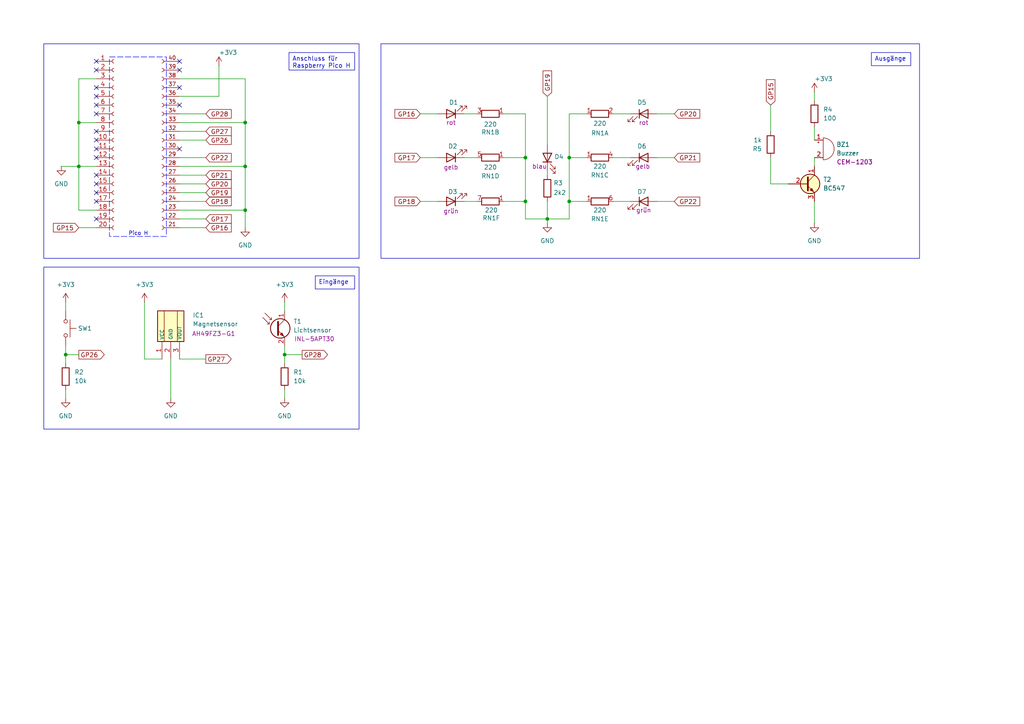
<source format=kicad_sch>
(kicad_sch
	(version 20231120)
	(generator "eeschema")
	(generator_version "8.0")
	(uuid "021abfc6-3b9a-4c87-b7eb-2aa8badfb8f9")
	(paper "A4")
	(title_block
		(title "Pico-IO")
		(date "2024-07-09")
		(rev "1.0")
		(company "Tino Hempel")
		(comment 1 "CC BY-SA 4.0")
		(comment 2 "Für Landestagung der GI-Fachgruppe IBMV 2025")
	)
	(lib_symbols
		(symbol "Conn_01x20_Socket_1"
			(pin_numbers hide)
			(pin_names
				(offset 1.016) hide)
			(exclude_from_sim no)
			(in_bom yes)
			(on_board yes)
			(property "Reference" "J"
				(at 0 25.4 0)
				(effects
					(font
						(size 1.27 1.27)
					)
				)
			)
			(property "Value" "Conn_01x20_Socket"
				(at 0 -27.94 0)
				(effects
					(font
						(size 1.27 1.27)
					)
				)
			)
			(property "Footprint" ""
				(at 0 0 0)
				(effects
					(font
						(size 1.27 1.27)
					)
					(hide yes)
				)
			)
			(property "Datasheet" "~"
				(at 0 0 0)
				(effects
					(font
						(size 1.27 1.27)
					)
					(hide yes)
				)
			)
			(property "Description" "Generic connector, single row, 01x20, script generated"
				(at 0 0 0)
				(effects
					(font
						(size 1.27 1.27)
					)
					(hide yes)
				)
			)
			(property "ki_locked" ""
				(at 0 0 0)
				(effects
					(font
						(size 1.27 1.27)
					)
				)
			)
			(property "ki_keywords" "connector"
				(at 0 0 0)
				(effects
					(font
						(size 1.27 1.27)
					)
					(hide yes)
				)
			)
			(property "ki_fp_filters" "Connector*:*_1x??_*"
				(at 0 0 0)
				(effects
					(font
						(size 1.27 1.27)
					)
					(hide yes)
				)
			)
			(symbol "Conn_01x20_Socket_1_1_1"
				(arc
					(start 0 -24.892)
					(mid -0.5058 -25.4)
					(end 0 -25.908)
					(stroke
						(width 0.1524)
						(type default)
					)
					(fill
						(type none)
					)
				)
				(arc
					(start 0 -22.352)
					(mid -0.5058 -22.86)
					(end 0 -23.368)
					(stroke
						(width 0.1524)
						(type default)
					)
					(fill
						(type none)
					)
				)
				(arc
					(start 0 -19.812)
					(mid -0.5058 -20.32)
					(end 0 -20.828)
					(stroke
						(width 0.1524)
						(type default)
					)
					(fill
						(type none)
					)
				)
				(arc
					(start 0 -17.272)
					(mid -0.5058 -17.78)
					(end 0 -18.288)
					(stroke
						(width 0.1524)
						(type default)
					)
					(fill
						(type none)
					)
				)
				(arc
					(start 0 -14.732)
					(mid -0.5058 -15.24)
					(end 0 -15.748)
					(stroke
						(width 0.1524)
						(type default)
					)
					(fill
						(type none)
					)
				)
				(arc
					(start 0 -12.192)
					(mid -0.5058 -12.7)
					(end 0 -13.208)
					(stroke
						(width 0.1524)
						(type default)
					)
					(fill
						(type none)
					)
				)
				(arc
					(start 0 -9.652)
					(mid -0.5058 -10.16)
					(end 0 -10.668)
					(stroke
						(width 0.1524)
						(type default)
					)
					(fill
						(type none)
					)
				)
				(arc
					(start 0 -7.112)
					(mid -0.5058 -7.62)
					(end 0 -8.128)
					(stroke
						(width 0.1524)
						(type default)
					)
					(fill
						(type none)
					)
				)
				(arc
					(start 0 -4.572)
					(mid -0.5058 -5.08)
					(end 0 -5.588)
					(stroke
						(width 0.1524)
						(type default)
					)
					(fill
						(type none)
					)
				)
				(arc
					(start 0 -2.032)
					(mid -0.5058 -2.54)
					(end 0 -3.048)
					(stroke
						(width 0.1524)
						(type default)
					)
					(fill
						(type none)
					)
				)
				(polyline
					(pts
						(xy -1.27 -25.4) (xy -0.508 -25.4)
					)
					(stroke
						(width 0.1524)
						(type default)
					)
					(fill
						(type none)
					)
				)
				(polyline
					(pts
						(xy -1.27 -22.86) (xy -0.508 -22.86)
					)
					(stroke
						(width 0.1524)
						(type default)
					)
					(fill
						(type none)
					)
				)
				(polyline
					(pts
						(xy -1.27 -20.32) (xy -0.508 -20.32)
					)
					(stroke
						(width 0.1524)
						(type default)
					)
					(fill
						(type none)
					)
				)
				(polyline
					(pts
						(xy -1.27 -17.78) (xy -0.508 -17.78)
					)
					(stroke
						(width 0.1524)
						(type default)
					)
					(fill
						(type none)
					)
				)
				(polyline
					(pts
						(xy -1.27 -15.24) (xy -0.508 -15.24)
					)
					(stroke
						(width 0.1524)
						(type default)
					)
					(fill
						(type none)
					)
				)
				(polyline
					(pts
						(xy -1.27 -12.7) (xy -0.508 -12.7)
					)
					(stroke
						(width 0.1524)
						(type default)
					)
					(fill
						(type none)
					)
				)
				(polyline
					(pts
						(xy -1.27 -10.16) (xy -0.508 -10.16)
					)
					(stroke
						(width 0.1524)
						(type default)
					)
					(fill
						(type none)
					)
				)
				(polyline
					(pts
						(xy -1.27 -7.62) (xy -0.508 -7.62)
					)
					(stroke
						(width 0.1524)
						(type default)
					)
					(fill
						(type none)
					)
				)
				(polyline
					(pts
						(xy -1.27 -5.08) (xy -0.508 -5.08)
					)
					(stroke
						(width 0.1524)
						(type default)
					)
					(fill
						(type none)
					)
				)
				(polyline
					(pts
						(xy -1.27 -2.54) (xy -0.508 -2.54)
					)
					(stroke
						(width 0.1524)
						(type default)
					)
					(fill
						(type none)
					)
				)
				(polyline
					(pts
						(xy -1.27 0) (xy -0.508 0)
					)
					(stroke
						(width 0.1524)
						(type default)
					)
					(fill
						(type none)
					)
				)
				(polyline
					(pts
						(xy -1.27 2.54) (xy -0.508 2.54)
					)
					(stroke
						(width 0.1524)
						(type default)
					)
					(fill
						(type none)
					)
				)
				(polyline
					(pts
						(xy -1.27 5.08) (xy -0.508 5.08)
					)
					(stroke
						(width 0.1524)
						(type default)
					)
					(fill
						(type none)
					)
				)
				(polyline
					(pts
						(xy -1.27 7.62) (xy -0.508 7.62)
					)
					(stroke
						(width 0.1524)
						(type default)
					)
					(fill
						(type none)
					)
				)
				(polyline
					(pts
						(xy -1.27 10.16) (xy -0.508 10.16)
					)
					(stroke
						(width 0.1524)
						(type default)
					)
					(fill
						(type none)
					)
				)
				(polyline
					(pts
						(xy -1.27 12.7) (xy -0.508 12.7)
					)
					(stroke
						(width 0.1524)
						(type default)
					)
					(fill
						(type none)
					)
				)
				(polyline
					(pts
						(xy -1.27 15.24) (xy -0.508 15.24)
					)
					(stroke
						(width 0.1524)
						(type default)
					)
					(fill
						(type none)
					)
				)
				(polyline
					(pts
						(xy -1.27 17.78) (xy -0.508 17.78)
					)
					(stroke
						(width 0.1524)
						(type default)
					)
					(fill
						(type none)
					)
				)
				(polyline
					(pts
						(xy -1.27 20.32) (xy -0.508 20.32)
					)
					(stroke
						(width 0.1524)
						(type default)
					)
					(fill
						(type none)
					)
				)
				(polyline
					(pts
						(xy -1.27 22.86) (xy -0.508 22.86)
					)
					(stroke
						(width 0.1524)
						(type default)
					)
					(fill
						(type none)
					)
				)
				(arc
					(start 0 0.508)
					(mid -0.5058 0)
					(end 0 -0.508)
					(stroke
						(width 0.1524)
						(type default)
					)
					(fill
						(type none)
					)
				)
				(arc
					(start 0 3.048)
					(mid -0.5058 2.54)
					(end 0 2.032)
					(stroke
						(width 0.1524)
						(type default)
					)
					(fill
						(type none)
					)
				)
				(arc
					(start 0 5.588)
					(mid -0.5058 5.08)
					(end 0 4.572)
					(stroke
						(width 0.1524)
						(type default)
					)
					(fill
						(type none)
					)
				)
				(arc
					(start 0 8.128)
					(mid -0.5058 7.62)
					(end 0 7.112)
					(stroke
						(width 0.1524)
						(type default)
					)
					(fill
						(type none)
					)
				)
				(arc
					(start 0 10.668)
					(mid -0.5058 10.16)
					(end 0 9.652)
					(stroke
						(width 0.1524)
						(type default)
					)
					(fill
						(type none)
					)
				)
				(arc
					(start 0 13.208)
					(mid -0.5058 12.7)
					(end 0 12.192)
					(stroke
						(width 0.1524)
						(type default)
					)
					(fill
						(type none)
					)
				)
				(arc
					(start 0 15.748)
					(mid -0.5058 15.24)
					(end 0 14.732)
					(stroke
						(width 0.1524)
						(type default)
					)
					(fill
						(type none)
					)
				)
				(arc
					(start 0 18.288)
					(mid -0.5058 17.78)
					(end 0 17.272)
					(stroke
						(width 0.1524)
						(type default)
					)
					(fill
						(type none)
					)
				)
				(arc
					(start 0 20.828)
					(mid -0.5058 20.32)
					(end 0 19.812)
					(stroke
						(width 0.1524)
						(type default)
					)
					(fill
						(type none)
					)
				)
				(arc
					(start 0 23.368)
					(mid -0.5058 22.86)
					(end 0 22.352)
					(stroke
						(width 0.1524)
						(type default)
					)
					(fill
						(type none)
					)
				)
				(pin passive line
					(at -5.08 22.86 0)
					(length 3.81)
					(name "Pin_1"
						(effects
							(font
								(size 1.27 1.27)
							)
						)
					)
					(number "1"
						(effects
							(font
								(size 1.27 1.27)
							)
						)
					)
				)
				(pin passive line
					(at -5.08 0 0)
					(length 3.81)
					(name "Pin_10"
						(effects
							(font
								(size 1.27 1.27)
							)
						)
					)
					(number "10"
						(effects
							(font
								(size 1.27 1.27)
							)
						)
					)
				)
				(pin passive line
					(at -5.08 -2.54 0)
					(length 3.81)
					(name "Pin_11"
						(effects
							(font
								(size 1.27 1.27)
							)
						)
					)
					(number "11"
						(effects
							(font
								(size 1.27 1.27)
							)
						)
					)
				)
				(pin passive line
					(at -5.08 -5.08 0)
					(length 3.81)
					(name "Pin_12"
						(effects
							(font
								(size 1.27 1.27)
							)
						)
					)
					(number "12"
						(effects
							(font
								(size 1.27 1.27)
							)
						)
					)
				)
				(pin passive line
					(at -5.08 -7.62 0)
					(length 3.81)
					(name "Pin_13"
						(effects
							(font
								(size 1.27 1.27)
							)
						)
					)
					(number "13"
						(effects
							(font
								(size 1.27 1.27)
							)
						)
					)
				)
				(pin passive line
					(at -5.08 -10.16 0)
					(length 3.81)
					(name "Pin_14"
						(effects
							(font
								(size 1.27 1.27)
							)
						)
					)
					(number "14"
						(effects
							(font
								(size 1.27 1.27)
							)
						)
					)
				)
				(pin passive line
					(at -5.08 -12.7 0)
					(length 3.81)
					(name "Pin_15"
						(effects
							(font
								(size 1.27 1.27)
							)
						)
					)
					(number "15"
						(effects
							(font
								(size 1.27 1.27)
							)
						)
					)
				)
				(pin passive line
					(at -5.08 -15.24 0)
					(length 3.81)
					(name "Pin_16"
						(effects
							(font
								(size 1.27 1.27)
							)
						)
					)
					(number "16"
						(effects
							(font
								(size 1.27 1.27)
							)
						)
					)
				)
				(pin passive line
					(at -5.08 -17.78 0)
					(length 3.81)
					(name "Pin_17"
						(effects
							(font
								(size 1.27 1.27)
							)
						)
					)
					(number "17"
						(effects
							(font
								(size 1.27 1.27)
							)
						)
					)
				)
				(pin passive line
					(at -5.08 -20.32 0)
					(length 3.81)
					(name "Pin_18"
						(effects
							(font
								(size 1.27 1.27)
							)
						)
					)
					(number "18"
						(effects
							(font
								(size 1.27 1.27)
							)
						)
					)
				)
				(pin passive line
					(at -5.08 -22.86 0)
					(length 3.81)
					(name "Pin_19"
						(effects
							(font
								(size 1.27 1.27)
							)
						)
					)
					(number "19"
						(effects
							(font
								(size 1.27 1.27)
							)
						)
					)
				)
				(pin passive line
					(at -5.08 20.32 0)
					(length 3.81)
					(name "Pin_2"
						(effects
							(font
								(size 1.27 1.27)
							)
						)
					)
					(number "2"
						(effects
							(font
								(size 1.27 1.27)
							)
						)
					)
				)
				(pin passive line
					(at -5.08 -25.4 0)
					(length 3.81)
					(name "Pin_20"
						(effects
							(font
								(size 1.27 1.27)
							)
						)
					)
					(number "20"
						(effects
							(font
								(size 1.27 1.27)
							)
						)
					)
				)
				(pin passive line
					(at -5.08 17.78 0)
					(length 3.81)
					(name "Pin_3"
						(effects
							(font
								(size 1.27 1.27)
							)
						)
					)
					(number "3"
						(effects
							(font
								(size 1.27 1.27)
							)
						)
					)
				)
				(pin passive line
					(at -5.08 15.24 0)
					(length 3.81)
					(name "Pin_4"
						(effects
							(font
								(size 1.27 1.27)
							)
						)
					)
					(number "4"
						(effects
							(font
								(size 1.27 1.27)
							)
						)
					)
				)
				(pin passive line
					(at -5.08 12.7 0)
					(length 3.81)
					(name "Pin_5"
						(effects
							(font
								(size 1.27 1.27)
							)
						)
					)
					(number "5"
						(effects
							(font
								(size 1.27 1.27)
							)
						)
					)
				)
				(pin passive line
					(at -5.08 10.16 0)
					(length 3.81)
					(name "Pin_6"
						(effects
							(font
								(size 1.27 1.27)
							)
						)
					)
					(number "6"
						(effects
							(font
								(size 1.27 1.27)
							)
						)
					)
				)
				(pin passive line
					(at -5.08 7.62 0)
					(length 3.81)
					(name "Pin_7"
						(effects
							(font
								(size 1.27 1.27)
							)
						)
					)
					(number "7"
						(effects
							(font
								(size 1.27 1.27)
							)
						)
					)
				)
				(pin passive line
					(at -5.08 5.08 0)
					(length 3.81)
					(name "Pin_8"
						(effects
							(font
								(size 1.27 1.27)
							)
						)
					)
					(number "8"
						(effects
							(font
								(size 1.27 1.27)
							)
						)
					)
				)
				(pin passive line
					(at -5.08 2.54 0)
					(length 3.81)
					(name "Pin_9"
						(effects
							(font
								(size 1.27 1.27)
							)
						)
					)
					(number "9"
						(effects
							(font
								(size 1.27 1.27)
							)
						)
					)
				)
			)
		)
		(symbol "Connector:Conn_01x20_Socket"
			(pin_names
				(offset 1.016) hide)
			(exclude_from_sim no)
			(in_bom yes)
			(on_board yes)
			(property "Reference" "J"
				(at 0 25.4 0)
				(effects
					(font
						(size 1.27 1.27)
					)
				)
			)
			(property "Value" "Conn_01x20_Socket"
				(at 0 -27.94 0)
				(effects
					(font
						(size 1.27 1.27)
					)
				)
			)
			(property "Footprint" ""
				(at 0 0 0)
				(effects
					(font
						(size 1.27 1.27)
					)
					(hide yes)
				)
			)
			(property "Datasheet" "~"
				(at 0 0 0)
				(effects
					(font
						(size 1.27 1.27)
					)
					(hide yes)
				)
			)
			(property "Description" "Generic connector, single row, 01x20, script generated"
				(at 0 0 0)
				(effects
					(font
						(size 1.27 1.27)
					)
					(hide yes)
				)
			)
			(property "ki_locked" ""
				(at 0 0 0)
				(effects
					(font
						(size 1.27 1.27)
					)
				)
			)
			(property "ki_keywords" "connector"
				(at 0 0 0)
				(effects
					(font
						(size 1.27 1.27)
					)
					(hide yes)
				)
			)
			(property "ki_fp_filters" "Connector*:*_1x??_*"
				(at 0 0 0)
				(effects
					(font
						(size 1.27 1.27)
					)
					(hide yes)
				)
			)
			(symbol "Conn_01x20_Socket_1_1"
				(arc
					(start 0 -24.892)
					(mid -0.5058 -25.4)
					(end 0 -25.908)
					(stroke
						(width 0.1524)
						(type default)
					)
					(fill
						(type none)
					)
				)
				(arc
					(start 0 -22.352)
					(mid -0.5058 -22.86)
					(end 0 -23.368)
					(stroke
						(width 0.1524)
						(type default)
					)
					(fill
						(type none)
					)
				)
				(arc
					(start 0 -19.812)
					(mid -0.5058 -20.32)
					(end 0 -20.828)
					(stroke
						(width 0.1524)
						(type default)
					)
					(fill
						(type none)
					)
				)
				(arc
					(start 0 -17.272)
					(mid -0.5058 -17.78)
					(end 0 -18.288)
					(stroke
						(width 0.1524)
						(type default)
					)
					(fill
						(type none)
					)
				)
				(arc
					(start 0 -14.732)
					(mid -0.5058 -15.24)
					(end 0 -15.748)
					(stroke
						(width 0.1524)
						(type default)
					)
					(fill
						(type none)
					)
				)
				(arc
					(start 0 -12.192)
					(mid -0.5058 -12.7)
					(end 0 -13.208)
					(stroke
						(width 0.1524)
						(type default)
					)
					(fill
						(type none)
					)
				)
				(arc
					(start 0 -9.652)
					(mid -0.5058 -10.16)
					(end 0 -10.668)
					(stroke
						(width 0.1524)
						(type default)
					)
					(fill
						(type none)
					)
				)
				(arc
					(start 0 -7.112)
					(mid -0.5058 -7.62)
					(end 0 -8.128)
					(stroke
						(width 0.1524)
						(type default)
					)
					(fill
						(type none)
					)
				)
				(arc
					(start 0 -4.572)
					(mid -0.5058 -5.08)
					(end 0 -5.588)
					(stroke
						(width 0.1524)
						(type default)
					)
					(fill
						(type none)
					)
				)
				(arc
					(start 0 -2.032)
					(mid -0.5058 -2.54)
					(end 0 -3.048)
					(stroke
						(width 0.1524)
						(type default)
					)
					(fill
						(type none)
					)
				)
				(polyline
					(pts
						(xy -1.27 -25.4) (xy -0.508 -25.4)
					)
					(stroke
						(width 0.1524)
						(type default)
					)
					(fill
						(type none)
					)
				)
				(polyline
					(pts
						(xy -1.27 -22.86) (xy -0.508 -22.86)
					)
					(stroke
						(width 0.1524)
						(type default)
					)
					(fill
						(type none)
					)
				)
				(polyline
					(pts
						(xy -1.27 -20.32) (xy -0.508 -20.32)
					)
					(stroke
						(width 0.1524)
						(type default)
					)
					(fill
						(type none)
					)
				)
				(polyline
					(pts
						(xy -1.27 -17.78) (xy -0.508 -17.78)
					)
					(stroke
						(width 0.1524)
						(type default)
					)
					(fill
						(type none)
					)
				)
				(polyline
					(pts
						(xy -1.27 -15.24) (xy -0.508 -15.24)
					)
					(stroke
						(width 0.1524)
						(type default)
					)
					(fill
						(type none)
					)
				)
				(polyline
					(pts
						(xy -1.27 -12.7) (xy -0.508 -12.7)
					)
					(stroke
						(width 0.1524)
						(type default)
					)
					(fill
						(type none)
					)
				)
				(polyline
					(pts
						(xy -1.27 -10.16) (xy -0.508 -10.16)
					)
					(stroke
						(width 0.1524)
						(type default)
					)
					(fill
						(type none)
					)
				)
				(polyline
					(pts
						(xy -1.27 -7.62) (xy -0.508 -7.62)
					)
					(stroke
						(width 0.1524)
						(type default)
					)
					(fill
						(type none)
					)
				)
				(polyline
					(pts
						(xy -1.27 -5.08) (xy -0.508 -5.08)
					)
					(stroke
						(width 0.1524)
						(type default)
					)
					(fill
						(type none)
					)
				)
				(polyline
					(pts
						(xy -1.27 -2.54) (xy -0.508 -2.54)
					)
					(stroke
						(width 0.1524)
						(type default)
					)
					(fill
						(type none)
					)
				)
				(polyline
					(pts
						(xy -1.27 0) (xy -0.508 0)
					)
					(stroke
						(width 0.1524)
						(type default)
					)
					(fill
						(type none)
					)
				)
				(polyline
					(pts
						(xy -1.27 2.54) (xy -0.508 2.54)
					)
					(stroke
						(width 0.1524)
						(type default)
					)
					(fill
						(type none)
					)
				)
				(polyline
					(pts
						(xy -1.27 5.08) (xy -0.508 5.08)
					)
					(stroke
						(width 0.1524)
						(type default)
					)
					(fill
						(type none)
					)
				)
				(polyline
					(pts
						(xy -1.27 7.62) (xy -0.508 7.62)
					)
					(stroke
						(width 0.1524)
						(type default)
					)
					(fill
						(type none)
					)
				)
				(polyline
					(pts
						(xy -1.27 10.16) (xy -0.508 10.16)
					)
					(stroke
						(width 0.1524)
						(type default)
					)
					(fill
						(type none)
					)
				)
				(polyline
					(pts
						(xy -1.27 12.7) (xy -0.508 12.7)
					)
					(stroke
						(width 0.1524)
						(type default)
					)
					(fill
						(type none)
					)
				)
				(polyline
					(pts
						(xy -1.27 15.24) (xy -0.508 15.24)
					)
					(stroke
						(width 0.1524)
						(type default)
					)
					(fill
						(type none)
					)
				)
				(polyline
					(pts
						(xy -1.27 17.78) (xy -0.508 17.78)
					)
					(stroke
						(width 0.1524)
						(type default)
					)
					(fill
						(type none)
					)
				)
				(polyline
					(pts
						(xy -1.27 20.32) (xy -0.508 20.32)
					)
					(stroke
						(width 0.1524)
						(type default)
					)
					(fill
						(type none)
					)
				)
				(polyline
					(pts
						(xy -1.27 22.86) (xy -0.508 22.86)
					)
					(stroke
						(width 0.1524)
						(type default)
					)
					(fill
						(type none)
					)
				)
				(arc
					(start 0 0.508)
					(mid -0.5058 0)
					(end 0 -0.508)
					(stroke
						(width 0.1524)
						(type default)
					)
					(fill
						(type none)
					)
				)
				(arc
					(start 0 3.048)
					(mid -0.5058 2.54)
					(end 0 2.032)
					(stroke
						(width 0.1524)
						(type default)
					)
					(fill
						(type none)
					)
				)
				(arc
					(start 0 5.588)
					(mid -0.5058 5.08)
					(end 0 4.572)
					(stroke
						(width 0.1524)
						(type default)
					)
					(fill
						(type none)
					)
				)
				(arc
					(start 0 8.128)
					(mid -0.5058 7.62)
					(end 0 7.112)
					(stroke
						(width 0.1524)
						(type default)
					)
					(fill
						(type none)
					)
				)
				(arc
					(start 0 10.668)
					(mid -0.5058 10.16)
					(end 0 9.652)
					(stroke
						(width 0.1524)
						(type default)
					)
					(fill
						(type none)
					)
				)
				(arc
					(start 0 13.208)
					(mid -0.5058 12.7)
					(end 0 12.192)
					(stroke
						(width 0.1524)
						(type default)
					)
					(fill
						(type none)
					)
				)
				(arc
					(start 0 15.748)
					(mid -0.5058 15.24)
					(end 0 14.732)
					(stroke
						(width 0.1524)
						(type default)
					)
					(fill
						(type none)
					)
				)
				(arc
					(start 0 18.288)
					(mid -0.5058 17.78)
					(end 0 17.272)
					(stroke
						(width 0.1524)
						(type default)
					)
					(fill
						(type none)
					)
				)
				(arc
					(start 0 20.828)
					(mid -0.5058 20.32)
					(end 0 19.812)
					(stroke
						(width 0.1524)
						(type default)
					)
					(fill
						(type none)
					)
				)
				(arc
					(start 0 23.368)
					(mid -0.5058 22.86)
					(end 0 22.352)
					(stroke
						(width 0.1524)
						(type default)
					)
					(fill
						(type none)
					)
				)
				(pin passive line
					(at -5.08 22.86 0)
					(length 3.81)
					(name "Pin_1"
						(effects
							(font
								(size 1.27 1.27)
							)
						)
					)
					(number "1"
						(effects
							(font
								(size 1.27 1.27)
							)
						)
					)
				)
				(pin passive line
					(at -5.08 0 0)
					(length 3.81)
					(name "Pin_10"
						(effects
							(font
								(size 1.27 1.27)
							)
						)
					)
					(number "10"
						(effects
							(font
								(size 1.27 1.27)
							)
						)
					)
				)
				(pin passive line
					(at -5.08 -2.54 0)
					(length 3.81)
					(name "Pin_11"
						(effects
							(font
								(size 1.27 1.27)
							)
						)
					)
					(number "11"
						(effects
							(font
								(size 1.27 1.27)
							)
						)
					)
				)
				(pin passive line
					(at -5.08 -5.08 0)
					(length 3.81)
					(name "Pin_12"
						(effects
							(font
								(size 1.27 1.27)
							)
						)
					)
					(number "12"
						(effects
							(font
								(size 1.27 1.27)
							)
						)
					)
				)
				(pin passive line
					(at -5.08 -7.62 0)
					(length 3.81)
					(name "Pin_13"
						(effects
							(font
								(size 1.27 1.27)
							)
						)
					)
					(number "13"
						(effects
							(font
								(size 1.27 1.27)
							)
						)
					)
				)
				(pin passive line
					(at -5.08 -10.16 0)
					(length 3.81)
					(name "Pin_14"
						(effects
							(font
								(size 1.27 1.27)
							)
						)
					)
					(number "14"
						(effects
							(font
								(size 1.27 1.27)
							)
						)
					)
				)
				(pin passive line
					(at -5.08 -12.7 0)
					(length 3.81)
					(name "Pin_15"
						(effects
							(font
								(size 1.27 1.27)
							)
						)
					)
					(number "15"
						(effects
							(font
								(size 1.27 1.27)
							)
						)
					)
				)
				(pin passive line
					(at -5.08 -15.24 0)
					(length 3.81)
					(name "Pin_16"
						(effects
							(font
								(size 1.27 1.27)
							)
						)
					)
					(number "16"
						(effects
							(font
								(size 1.27 1.27)
							)
						)
					)
				)
				(pin passive line
					(at -5.08 -17.78 0)
					(length 3.81)
					(name "Pin_17"
						(effects
							(font
								(size 1.27 1.27)
							)
						)
					)
					(number "17"
						(effects
							(font
								(size 1.27 1.27)
							)
						)
					)
				)
				(pin passive line
					(at -5.08 -20.32 0)
					(length 3.81)
					(name "Pin_18"
						(effects
							(font
								(size 1.27 1.27)
							)
						)
					)
					(number "18"
						(effects
							(font
								(size 1.27 1.27)
							)
						)
					)
				)
				(pin passive line
					(at -5.08 -22.86 0)
					(length 3.81)
					(name "Pin_19"
						(effects
							(font
								(size 1.27 1.27)
							)
						)
					)
					(number "19"
						(effects
							(font
								(size 1.27 1.27)
							)
						)
					)
				)
				(pin passive line
					(at -5.08 20.32 0)
					(length 3.81)
					(name "Pin_2"
						(effects
							(font
								(size 1.27 1.27)
							)
						)
					)
					(number "2"
						(effects
							(font
								(size 1.27 1.27)
							)
						)
					)
				)
				(pin passive line
					(at -5.08 -25.4 0)
					(length 3.81)
					(name "Pin_20"
						(effects
							(font
								(size 1.27 1.27)
							)
						)
					)
					(number "20"
						(effects
							(font
								(size 1.27 1.27)
							)
						)
					)
				)
				(pin passive line
					(at -5.08 17.78 0)
					(length 3.81)
					(name "Pin_3"
						(effects
							(font
								(size 1.27 1.27)
							)
						)
					)
					(number "3"
						(effects
							(font
								(size 1.27 1.27)
							)
						)
					)
				)
				(pin passive line
					(at -5.08 15.24 0)
					(length 3.81)
					(name "Pin_4"
						(effects
							(font
								(size 1.27 1.27)
							)
						)
					)
					(number "4"
						(effects
							(font
								(size 1.27 1.27)
							)
						)
					)
				)
				(pin passive line
					(at -5.08 12.7 0)
					(length 3.81)
					(name "Pin_5"
						(effects
							(font
								(size 1.27 1.27)
							)
						)
					)
					(number "5"
						(effects
							(font
								(size 1.27 1.27)
							)
						)
					)
				)
				(pin passive line
					(at -5.08 10.16 0)
					(length 3.81)
					(name "Pin_6"
						(effects
							(font
								(size 1.27 1.27)
							)
						)
					)
					(number "6"
						(effects
							(font
								(size 1.27 1.27)
							)
						)
					)
				)
				(pin passive line
					(at -5.08 7.62 0)
					(length 3.81)
					(name "Pin_7"
						(effects
							(font
								(size 1.27 1.27)
							)
						)
					)
					(number "7"
						(effects
							(font
								(size 1.27 1.27)
							)
						)
					)
				)
				(pin passive line
					(at -5.08 5.08 0)
					(length 3.81)
					(name "Pin_8"
						(effects
							(font
								(size 1.27 1.27)
							)
						)
					)
					(number "8"
						(effects
							(font
								(size 1.27 1.27)
							)
						)
					)
				)
				(pin passive line
					(at -5.08 2.54 0)
					(length 3.81)
					(name "Pin_9"
						(effects
							(font
								(size 1.27 1.27)
							)
						)
					)
					(number "9"
						(effects
							(font
								(size 1.27 1.27)
							)
						)
					)
				)
			)
		)
		(symbol "Device:Buzzer"
			(pin_names
				(offset 0.0254) hide)
			(exclude_from_sim no)
			(in_bom yes)
			(on_board yes)
			(property "Reference" "BZ"
				(at 3.81 1.27 0)
				(effects
					(font
						(size 1.27 1.27)
					)
					(justify left)
				)
			)
			(property "Value" "Buzzer"
				(at 3.81 -1.27 0)
				(effects
					(font
						(size 1.27 1.27)
					)
					(justify left)
				)
			)
			(property "Footprint" ""
				(at -0.635 2.54 90)
				(effects
					(font
						(size 1.27 1.27)
					)
					(hide yes)
				)
			)
			(property "Datasheet" "~"
				(at -0.635 2.54 90)
				(effects
					(font
						(size 1.27 1.27)
					)
					(hide yes)
				)
			)
			(property "Description" "Buzzer, polarized"
				(at 0 0 0)
				(effects
					(font
						(size 1.27 1.27)
					)
					(hide yes)
				)
			)
			(property "ki_keywords" "quartz resonator ceramic"
				(at 0 0 0)
				(effects
					(font
						(size 1.27 1.27)
					)
					(hide yes)
				)
			)
			(property "ki_fp_filters" "*Buzzer*"
				(at 0 0 0)
				(effects
					(font
						(size 1.27 1.27)
					)
					(hide yes)
				)
			)
			(symbol "Buzzer_0_1"
				(arc
					(start 0 -3.175)
					(mid 3.1612 0)
					(end 0 3.175)
					(stroke
						(width 0)
						(type default)
					)
					(fill
						(type none)
					)
				)
				(polyline
					(pts
						(xy -1.651 1.905) (xy -1.143 1.905)
					)
					(stroke
						(width 0)
						(type default)
					)
					(fill
						(type none)
					)
				)
				(polyline
					(pts
						(xy -1.397 2.159) (xy -1.397 1.651)
					)
					(stroke
						(width 0)
						(type default)
					)
					(fill
						(type none)
					)
				)
				(polyline
					(pts
						(xy 0 3.175) (xy 0 -3.175)
					)
					(stroke
						(width 0)
						(type default)
					)
					(fill
						(type none)
					)
				)
			)
			(symbol "Buzzer_1_1"
				(pin passive line
					(at -2.54 2.54 0)
					(length 2.54)
					(name "+"
						(effects
							(font
								(size 1.27 1.27)
							)
						)
					)
					(number "1"
						(effects
							(font
								(size 1.27 1.27)
							)
						)
					)
				)
				(pin passive line
					(at -2.54 -2.54 0)
					(length 2.54)
					(name "-"
						(effects
							(font
								(size 1.27 1.27)
							)
						)
					)
					(number "2"
						(effects
							(font
								(size 1.27 1.27)
							)
						)
					)
				)
			)
		)
		(symbol "Device:LED"
			(pin_numbers hide)
			(pin_names
				(offset 1.016) hide)
			(exclude_from_sim no)
			(in_bom yes)
			(on_board yes)
			(property "Reference" "D"
				(at 0 2.54 0)
				(effects
					(font
						(size 1.27 1.27)
					)
				)
			)
			(property "Value" "LED"
				(at 0 -2.54 0)
				(effects
					(font
						(size 1.27 1.27)
					)
				)
			)
			(property "Footprint" ""
				(at 0 0 0)
				(effects
					(font
						(size 1.27 1.27)
					)
					(hide yes)
				)
			)
			(property "Datasheet" "~"
				(at 0 0 0)
				(effects
					(font
						(size 1.27 1.27)
					)
					(hide yes)
				)
			)
			(property "Description" "Light emitting diode"
				(at 0 0 0)
				(effects
					(font
						(size 1.27 1.27)
					)
					(hide yes)
				)
			)
			(property "ki_keywords" "LED diode"
				(at 0 0 0)
				(effects
					(font
						(size 1.27 1.27)
					)
					(hide yes)
				)
			)
			(property "ki_fp_filters" "LED* LED_SMD:* LED_THT:*"
				(at 0 0 0)
				(effects
					(font
						(size 1.27 1.27)
					)
					(hide yes)
				)
			)
			(symbol "LED_0_1"
				(polyline
					(pts
						(xy -1.27 -1.27) (xy -1.27 1.27)
					)
					(stroke
						(width 0.254)
						(type default)
					)
					(fill
						(type none)
					)
				)
				(polyline
					(pts
						(xy -1.27 0) (xy 1.27 0)
					)
					(stroke
						(width 0)
						(type default)
					)
					(fill
						(type none)
					)
				)
				(polyline
					(pts
						(xy 1.27 -1.27) (xy 1.27 1.27) (xy -1.27 0) (xy 1.27 -1.27)
					)
					(stroke
						(width 0.254)
						(type default)
					)
					(fill
						(type none)
					)
				)
				(polyline
					(pts
						(xy -3.048 -0.762) (xy -4.572 -2.286) (xy -3.81 -2.286) (xy -4.572 -2.286) (xy -4.572 -1.524)
					)
					(stroke
						(width 0)
						(type default)
					)
					(fill
						(type none)
					)
				)
				(polyline
					(pts
						(xy -1.778 -0.762) (xy -3.302 -2.286) (xy -2.54 -2.286) (xy -3.302 -2.286) (xy -3.302 -1.524)
					)
					(stroke
						(width 0)
						(type default)
					)
					(fill
						(type none)
					)
				)
			)
			(symbol "LED_1_1"
				(pin passive line
					(at -3.81 0 0)
					(length 2.54)
					(name "K"
						(effects
							(font
								(size 1.27 1.27)
							)
						)
					)
					(number "1"
						(effects
							(font
								(size 1.27 1.27)
							)
						)
					)
				)
				(pin passive line
					(at 3.81 0 180)
					(length 2.54)
					(name "A"
						(effects
							(font
								(size 1.27 1.27)
							)
						)
					)
					(number "2"
						(effects
							(font
								(size 1.27 1.27)
							)
						)
					)
				)
			)
		)
		(symbol "Device:R"
			(pin_numbers hide)
			(pin_names
				(offset 0)
			)
			(exclude_from_sim no)
			(in_bom yes)
			(on_board yes)
			(property "Reference" "R"
				(at 2.032 0 90)
				(effects
					(font
						(size 1.27 1.27)
					)
				)
			)
			(property "Value" "R"
				(at 0 0 90)
				(effects
					(font
						(size 1.27 1.27)
					)
				)
			)
			(property "Footprint" ""
				(at -1.778 0 90)
				(effects
					(font
						(size 1.27 1.27)
					)
					(hide yes)
				)
			)
			(property "Datasheet" "~"
				(at 0 0 0)
				(effects
					(font
						(size 1.27 1.27)
					)
					(hide yes)
				)
			)
			(property "Description" "Resistor"
				(at 0 0 0)
				(effects
					(font
						(size 1.27 1.27)
					)
					(hide yes)
				)
			)
			(property "ki_keywords" "R res resistor"
				(at 0 0 0)
				(effects
					(font
						(size 1.27 1.27)
					)
					(hide yes)
				)
			)
			(property "ki_fp_filters" "R_*"
				(at 0 0 0)
				(effects
					(font
						(size 1.27 1.27)
					)
					(hide yes)
				)
			)
			(symbol "R_0_1"
				(rectangle
					(start -1.016 -2.54)
					(end 1.016 2.54)
					(stroke
						(width 0.254)
						(type default)
					)
					(fill
						(type none)
					)
				)
			)
			(symbol "R_1_1"
				(pin passive line
					(at 0 3.81 270)
					(length 1.27)
					(name "~"
						(effects
							(font
								(size 1.27 1.27)
							)
						)
					)
					(number "1"
						(effects
							(font
								(size 1.27 1.27)
							)
						)
					)
				)
				(pin passive line
					(at 0 -3.81 90)
					(length 1.27)
					(name "~"
						(effects
							(font
								(size 1.27 1.27)
							)
						)
					)
					(number "2"
						(effects
							(font
								(size 1.27 1.27)
							)
						)
					)
				)
			)
		)
		(symbol "Device:R_Network06_Split"
			(pin_names
				(offset 0) hide)
			(exclude_from_sim no)
			(in_bom yes)
			(on_board yes)
			(property "Reference" "RN"
				(at 2.032 0 90)
				(effects
					(font
						(size 1.27 1.27)
					)
				)
			)
			(property "Value" "R_Network06_Split"
				(at 0 0 90)
				(effects
					(font
						(size 1.27 1.27)
					)
				)
			)
			(property "Footprint" "Resistor_THT:R_Array_SIP7"
				(at -2.032 0 90)
				(effects
					(font
						(size 1.27 1.27)
					)
					(hide yes)
				)
			)
			(property "Datasheet" "http://www.vishay.com/docs/31509/csc.pdf"
				(at 0 0 0)
				(effects
					(font
						(size 1.27 1.27)
					)
					(hide yes)
				)
			)
			(property "Description" "6 resistor network, star topology, bussed resistors, split"
				(at 0 0 0)
				(effects
					(font
						(size 1.27 1.27)
					)
					(hide yes)
				)
			)
			(property "ki_keywords" "R network star-topology"
				(at 0 0 0)
				(effects
					(font
						(size 1.27 1.27)
					)
					(hide yes)
				)
			)
			(property "ki_fp_filters" "R?Array?SIP*"
				(at 0 0 0)
				(effects
					(font
						(size 1.27 1.27)
					)
					(hide yes)
				)
			)
			(symbol "R_Network06_Split_0_1"
				(rectangle
					(start 1.016 2.54)
					(end -1.016 -2.54)
					(stroke
						(width 0.254)
						(type default)
					)
					(fill
						(type none)
					)
				)
				(pin passive line
					(at 0 3.81 270)
					(length 1.27)
					(name "R1"
						(effects
							(font
								(size 1.27 1.27)
							)
						)
					)
					(number "1"
						(effects
							(font
								(size 1.27 1.27)
							)
						)
					)
				)
			)
			(symbol "R_Network06_Split_1_1"
				(pin passive line
					(at 0 -3.81 90)
					(length 1.27)
					(name "R1.2"
						(effects
							(font
								(size 1.27 1.27)
							)
						)
					)
					(number "2"
						(effects
							(font
								(size 1.27 1.27)
							)
						)
					)
				)
			)
			(symbol "R_Network06_Split_2_1"
				(pin passive line
					(at 0 -3.81 90)
					(length 1.27)
					(name "R2.2"
						(effects
							(font
								(size 1.27 1.27)
							)
						)
					)
					(number "3"
						(effects
							(font
								(size 1.27 1.27)
							)
						)
					)
				)
			)
			(symbol "R_Network06_Split_3_1"
				(pin passive line
					(at 0 -3.81 90)
					(length 1.27)
					(name "R3.2"
						(effects
							(font
								(size 1.27 1.27)
							)
						)
					)
					(number "4"
						(effects
							(font
								(size 1.27 1.27)
							)
						)
					)
				)
			)
			(symbol "R_Network06_Split_4_1"
				(pin passive line
					(at 0 -3.81 90)
					(length 1.27)
					(name "R4.2"
						(effects
							(font
								(size 1.27 1.27)
							)
						)
					)
					(number "5"
						(effects
							(font
								(size 1.27 1.27)
							)
						)
					)
				)
			)
			(symbol "R_Network06_Split_5_1"
				(pin passive line
					(at 0 -3.81 90)
					(length 1.27)
					(name "R5.2"
						(effects
							(font
								(size 1.27 1.27)
							)
						)
					)
					(number "6"
						(effects
							(font
								(size 1.27 1.27)
							)
						)
					)
				)
			)
			(symbol "R_Network06_Split_6_1"
				(pin passive line
					(at 0 -3.81 90)
					(length 1.27)
					(name "R6.2"
						(effects
							(font
								(size 1.27 1.27)
							)
						)
					)
					(number "7"
						(effects
							(font
								(size 1.27 1.27)
							)
						)
					)
				)
			)
		)
		(symbol "Sensor_Optical:BPW40"
			(pin_names
				(offset 0) hide)
			(exclude_from_sim no)
			(in_bom yes)
			(on_board yes)
			(property "Reference" "Q"
				(at 5.08 1.27 0)
				(effects
					(font
						(size 1.27 1.27)
					)
					(justify left)
				)
			)
			(property "Value" "BPW40"
				(at 5.08 -1.27 0)
				(effects
					(font
						(size 1.27 1.27)
					)
					(justify left)
				)
			)
			(property "Footprint" "LED_THT:LED_D5.0mm_Clear"
				(at 12.192 -3.556 0)
				(effects
					(font
						(size 1.27 1.27)
					)
					(hide yes)
				)
			)
			(property "Datasheet" "https://www.rcscomponents.kiev.ua/datasheets/bpw40.pdf"
				(at 0 0 0)
				(effects
					(font
						(size 1.27 1.27)
					)
					(hide yes)
				)
			)
			(property "Description" "Phototransistor NPN"
				(at 0 0 0)
				(effects
					(font
						(size 1.27 1.27)
					)
					(hide yes)
				)
			)
			(property "ki_keywords" "npn phototransistor"
				(at 0 0 0)
				(effects
					(font
						(size 1.27 1.27)
					)
					(hide yes)
				)
			)
			(property "ki_fp_filters" "LED*D5.0mm*Clear*"
				(at 0 0 0)
				(effects
					(font
						(size 1.27 1.27)
					)
					(hide yes)
				)
			)
			(symbol "BPW40_0_1"
				(polyline
					(pts
						(xy -1.905 1.27) (xy -2.54 1.27)
					)
					(stroke
						(width 0)
						(type default)
					)
					(fill
						(type none)
					)
				)
				(polyline
					(pts
						(xy -1.27 2.54) (xy -1.905 2.54)
					)
					(stroke
						(width 0)
						(type default)
					)
					(fill
						(type none)
					)
				)
				(polyline
					(pts
						(xy 0.635 0.635) (xy 2.54 2.54)
					)
					(stroke
						(width 0)
						(type default)
					)
					(fill
						(type none)
					)
				)
				(polyline
					(pts
						(xy -3.81 3.175) (xy -1.905 1.27) (xy -1.905 1.905)
					)
					(stroke
						(width 0)
						(type default)
					)
					(fill
						(type none)
					)
				)
				(polyline
					(pts
						(xy -3.175 4.445) (xy -1.27 2.54) (xy -1.27 3.175)
					)
					(stroke
						(width 0)
						(type default)
					)
					(fill
						(type none)
					)
				)
				(polyline
					(pts
						(xy 0.635 -0.635) (xy 2.54 -2.54) (xy 2.54 -2.54)
					)
					(stroke
						(width 0)
						(type default)
					)
					(fill
						(type none)
					)
				)
				(polyline
					(pts
						(xy 0.635 1.905) (xy 0.635 -1.905) (xy 0.635 -1.905)
					)
					(stroke
						(width 0.508)
						(type default)
					)
					(fill
						(type none)
					)
				)
				(polyline
					(pts
						(xy 1.27 -1.778) (xy 1.778 -1.27) (xy 2.286 -2.286) (xy 1.27 -1.778) (xy 1.27 -1.778)
					)
					(stroke
						(width 0)
						(type default)
					)
					(fill
						(type outline)
					)
				)
				(circle
					(center 1.27 0)
					(radius 2.8194)
					(stroke
						(width 0.254)
						(type default)
					)
					(fill
						(type none)
					)
				)
			)
			(symbol "BPW40_1_1"
				(pin passive line
					(at 2.54 5.08 270)
					(length 2.54)
					(name "C"
						(effects
							(font
								(size 1.27 1.27)
							)
						)
					)
					(number "1"
						(effects
							(font
								(size 1.27 1.27)
							)
						)
					)
				)
				(pin passive line
					(at 2.54 -5.08 90)
					(length 2.54)
					(name "E"
						(effects
							(font
								(size 1.27 1.27)
							)
						)
					)
					(number "2"
						(effects
							(font
								(size 1.27 1.27)
							)
						)
					)
				)
			)
		)
		(symbol "Sonstiges:A1222LUA-T"
			(exclude_from_sim no)
			(in_bom yes)
			(on_board yes)
			(property "Reference" "IC1"
				(at 12.7001 -8.89 90)
				(effects
					(font
						(size 1.27 1.27)
					)
					(justify right)
				)
			)
			(property "Value" "Magnetsensor"
				(at 10.1601 -8.89 90)
				(effects
					(font
						(size 1.27 1.27)
					)
					(justify right)
				)
			)
			(property "Footprint" "Library:TO-92_Inline_Horizontal2_lötsicher"
				(at 19.05 -94.92 0)
				(effects
					(font
						(size 1.27 1.27)
					)
					(justify left top)
					(hide yes)
				)
			)
			(property "Datasheet" "https://www.arrow.com/en/products/a1222lua-t/allegro-microsystems?region=nac"
				(at 19.05 -194.92 0)
				(effects
					(font
						(size 1.27 1.27)
					)
					(justify left top)
					(hide yes)
				)
			)
			(property "Description" "Linear Hall Effect"
				(at 0 0 0)
				(effects
					(font
						(size 1.27 1.27)
					)
					(hide yes)
				)
			)
			(property "Height" "2.2"
				(at 19.05 -394.92 0)
				(effects
					(font
						(size 1.27 1.27)
					)
					(justify left top)
					(hide yes)
				)
			)
			(property "Arrow Part Number" "AH49E"
				(at 19.05 -494.92 0)
				(effects
					(font
						(size 1.27 1.27)
					)
					(justify left top)
					(hide yes)
				)
			)
			(property "Arrow Price/Stock" "https://www.arrow.com/en/products/a1222lua-t/allegro-microsystems?region=nac"
				(at 19.05 -594.92 0)
				(effects
					(font
						(size 1.27 1.27)
					)
					(justify left top)
					(hide yes)
				)
			)
			(property "Manufacturer_Name" "Allegro Microsystems"
				(at 19.05 -694.92 0)
				(effects
					(font
						(size 1.27 1.27)
					)
					(justify left top)
					(hide yes)
				)
			)
			(property "Manufacturer_Part_Number" "A1222LUA-T"
				(at 19.05 -794.92 0)
				(effects
					(font
						(size 1.27 1.27)
					)
					(justify left top)
					(hide yes)
				)
			)
			(symbol "A1222LUA-T_0_1"
				(polyline
					(pts
						(xy 5.08 -4.445) (xy 13.97 -4.445)
					)
					(stroke
						(width 0)
						(type default)
					)
					(fill
						(type none)
					)
				)
				(polyline
					(pts
						(xy 5.08 -0.635) (xy 13.97 -0.635)
					)
					(stroke
						(width 0)
						(type default)
					)
					(fill
						(type none)
					)
				)
			)
			(symbol "A1222LUA-T_1_1"
				(rectangle
					(start 5.08 1.27)
					(end 13.97 -6.35)
					(stroke
						(width 0.254)
						(type default)
					)
					(fill
						(type background)
					)
				)
				(pin passive line
					(at 0 0 0)
					(length 5.08)
					(name "VCC"
						(effects
							(font
								(size 1.016 1.016)
							)
						)
					)
					(number "1"
						(effects
							(font
								(size 1.27 1.27)
							)
						)
					)
				)
				(pin passive line
					(at 0 -2.54 0)
					(length 5.08)
					(name "GND"
						(effects
							(font
								(size 1.016 1.016)
							)
						)
					)
					(number "2"
						(effects
							(font
								(size 1.27 1.27)
							)
						)
					)
				)
				(pin passive line
					(at 0 -5.08 0)
					(length 5.08)
					(name "VOUT"
						(effects
							(font
								(size 1.016 1.016)
							)
						)
					)
					(number "3"
						(effects
							(font
								(size 1.27 1.27)
							)
						)
					)
				)
			)
		)
		(symbol "Switch:SW_Push"
			(pin_numbers hide)
			(pin_names
				(offset 1.016) hide)
			(exclude_from_sim no)
			(in_bom yes)
			(on_board yes)
			(property "Reference" "SW"
				(at 1.27 2.54 0)
				(effects
					(font
						(size 1.27 1.27)
					)
					(justify left)
				)
			)
			(property "Value" "SW_Push"
				(at 0 -1.524 0)
				(effects
					(font
						(size 1.27 1.27)
					)
				)
			)
			(property "Footprint" ""
				(at 0 5.08 0)
				(effects
					(font
						(size 1.27 1.27)
					)
					(hide yes)
				)
			)
			(property "Datasheet" "~"
				(at 0 5.08 0)
				(effects
					(font
						(size 1.27 1.27)
					)
					(hide yes)
				)
			)
			(property "Description" "Push button switch, generic, two pins"
				(at 0 0 0)
				(effects
					(font
						(size 1.27 1.27)
					)
					(hide yes)
				)
			)
			(property "ki_keywords" "switch normally-open pushbutton push-button"
				(at 0 0 0)
				(effects
					(font
						(size 1.27 1.27)
					)
					(hide yes)
				)
			)
			(symbol "SW_Push_0_1"
				(circle
					(center -2.032 0)
					(radius 0.508)
					(stroke
						(width 0)
						(type default)
					)
					(fill
						(type none)
					)
				)
				(polyline
					(pts
						(xy 0 1.27) (xy 0 3.048)
					)
					(stroke
						(width 0)
						(type default)
					)
					(fill
						(type none)
					)
				)
				(polyline
					(pts
						(xy 2.54 1.27) (xy -2.54 1.27)
					)
					(stroke
						(width 0)
						(type default)
					)
					(fill
						(type none)
					)
				)
				(circle
					(center 2.032 0)
					(radius 0.508)
					(stroke
						(width 0)
						(type default)
					)
					(fill
						(type none)
					)
				)
				(pin passive line
					(at -5.08 0 0)
					(length 2.54)
					(name "1"
						(effects
							(font
								(size 1.27 1.27)
							)
						)
					)
					(number "1"
						(effects
							(font
								(size 1.27 1.27)
							)
						)
					)
				)
				(pin passive line
					(at 5.08 0 180)
					(length 2.54)
					(name "2"
						(effects
							(font
								(size 1.27 1.27)
							)
						)
					)
					(number "2"
						(effects
							(font
								(size 1.27 1.27)
							)
						)
					)
				)
			)
		)
		(symbol "Transistor_BJT_AKL:BC547"
			(pin_names hide)
			(exclude_from_sim no)
			(in_bom yes)
			(on_board yes)
			(property "Reference" "Q"
				(at 5.08 1.27 0)
				(effects
					(font
						(size 1.27 1.27)
					)
					(justify left)
				)
			)
			(property "Value" "BC547"
				(at 5.08 -1.27 0)
				(effects
					(font
						(size 1.27 1.27)
					)
					(justify left)
				)
			)
			(property "Footprint" "Package_TO_SOT_THT_AKL:TO-92_Inline_Wide_CBE"
				(at 5.08 2.54 0)
				(effects
					(font
						(size 1.27 1.27)
					)
					(hide yes)
				)
			)
			(property "Datasheet" "https://www.tme.eu/Document/6c5d898a533a0762c2bc33eb26c283a8/BC546-550-DTE.pdf"
				(at 0 0 0)
				(effects
					(font
						(size 1.27 1.27)
					)
					(hide yes)
				)
			)
			(property "Description" "NPN TO-92 transistor, 45V, 100mA, 500mW, Complementary to BC557, Alternate KiCAD Library"
				(at 0 0 0)
				(effects
					(font
						(size 1.27 1.27)
					)
					(hide yes)
				)
			)
			(property "ki_keywords" "transistor NPN BC547"
				(at 0 0 0)
				(effects
					(font
						(size 1.27 1.27)
					)
					(hide yes)
				)
			)
			(symbol "BC547_0_1"
				(polyline
					(pts
						(xy 0.635 0.635) (xy 2.54 2.54)
					)
					(stroke
						(width 0)
						(type default)
					)
					(fill
						(type none)
					)
				)
				(polyline
					(pts
						(xy 0.635 -0.635) (xy 2.54 -2.54) (xy 2.54 -2.54)
					)
					(stroke
						(width 0)
						(type default)
					)
					(fill
						(type none)
					)
				)
				(polyline
					(pts
						(xy 0.635 1.905) (xy 0.635 -1.905) (xy 0.635 -1.905)
					)
					(stroke
						(width 0.508)
						(type default)
					)
					(fill
						(type none)
					)
				)
				(polyline
					(pts
						(xy 1.27 -1.778) (xy 1.778 -1.27) (xy 2.286 -2.286) (xy 1.27 -1.778) (xy 1.27 -1.778)
					)
					(stroke
						(width 0)
						(type default)
					)
					(fill
						(type outline)
					)
				)
				(circle
					(center 1.27 0)
					(radius 2.8194)
					(stroke
						(width 0.254)
						(type default)
					)
					(fill
						(type background)
					)
				)
			)
			(symbol "BC547_1_1"
				(pin passive line
					(at 2.54 5.08 270)
					(length 2.54)
					(name "C"
						(effects
							(font
								(size 1.27 1.27)
							)
						)
					)
					(number "1"
						(effects
							(font
								(size 1.27 1.27)
							)
						)
					)
				)
				(pin input line
					(at -5.08 0 0)
					(length 5.715)
					(name "B"
						(effects
							(font
								(size 1.27 1.27)
							)
						)
					)
					(number "2"
						(effects
							(font
								(size 1.27 1.27)
							)
						)
					)
				)
				(pin passive line
					(at 2.54 -5.08 90)
					(length 2.54)
					(name "E"
						(effects
							(font
								(size 1.27 1.27)
							)
						)
					)
					(number "3"
						(effects
							(font
								(size 1.27 1.27)
							)
						)
					)
				)
			)
		)
		(symbol "power:+3V3"
			(power)
			(pin_numbers hide)
			(pin_names
				(offset 0) hide)
			(exclude_from_sim no)
			(in_bom yes)
			(on_board yes)
			(property "Reference" "#PWR"
				(at 0 -3.81 0)
				(effects
					(font
						(size 1.27 1.27)
					)
					(hide yes)
				)
			)
			(property "Value" "+3V3"
				(at 0 3.556 0)
				(effects
					(font
						(size 1.27 1.27)
					)
				)
			)
			(property "Footprint" ""
				(at 0 0 0)
				(effects
					(font
						(size 1.27 1.27)
					)
					(hide yes)
				)
			)
			(property "Datasheet" ""
				(at 0 0 0)
				(effects
					(font
						(size 1.27 1.27)
					)
					(hide yes)
				)
			)
			(property "Description" "Power symbol creates a global label with name \"+3V3\""
				(at 0 0 0)
				(effects
					(font
						(size 1.27 1.27)
					)
					(hide yes)
				)
			)
			(property "ki_keywords" "global power"
				(at 0 0 0)
				(effects
					(font
						(size 1.27 1.27)
					)
					(hide yes)
				)
			)
			(symbol "+3V3_0_1"
				(polyline
					(pts
						(xy -0.762 1.27) (xy 0 2.54)
					)
					(stroke
						(width 0)
						(type default)
					)
					(fill
						(type none)
					)
				)
				(polyline
					(pts
						(xy 0 0) (xy 0 2.54)
					)
					(stroke
						(width 0)
						(type default)
					)
					(fill
						(type none)
					)
				)
				(polyline
					(pts
						(xy 0 2.54) (xy 0.762 1.27)
					)
					(stroke
						(width 0)
						(type default)
					)
					(fill
						(type none)
					)
				)
			)
			(symbol "+3V3_1_1"
				(pin power_in line
					(at 0 0 90)
					(length 0)
					(name "~"
						(effects
							(font
								(size 1.27 1.27)
							)
						)
					)
					(number "1"
						(effects
							(font
								(size 1.27 1.27)
							)
						)
					)
				)
			)
		)
		(symbol "power:GND"
			(power)
			(pin_numbers hide)
			(pin_names
				(offset 0) hide)
			(exclude_from_sim no)
			(in_bom yes)
			(on_board yes)
			(property "Reference" "#PWR"
				(at 0 -6.35 0)
				(effects
					(font
						(size 1.27 1.27)
					)
					(hide yes)
				)
			)
			(property "Value" "GND"
				(at 0 -3.81 0)
				(effects
					(font
						(size 1.27 1.27)
					)
				)
			)
			(property "Footprint" ""
				(at 0 0 0)
				(effects
					(font
						(size 1.27 1.27)
					)
					(hide yes)
				)
			)
			(property "Datasheet" ""
				(at 0 0 0)
				(effects
					(font
						(size 1.27 1.27)
					)
					(hide yes)
				)
			)
			(property "Description" "Power symbol creates a global label with name \"GND\" , ground"
				(at 0 0 0)
				(effects
					(font
						(size 1.27 1.27)
					)
					(hide yes)
				)
			)
			(property "ki_keywords" "global power"
				(at 0 0 0)
				(effects
					(font
						(size 1.27 1.27)
					)
					(hide yes)
				)
			)
			(symbol "GND_0_1"
				(polyline
					(pts
						(xy 0 0) (xy 0 -1.27) (xy 1.27 -1.27) (xy 0 -2.54) (xy -1.27 -1.27) (xy 0 -1.27)
					)
					(stroke
						(width 0)
						(type default)
					)
					(fill
						(type none)
					)
				)
			)
			(symbol "GND_1_1"
				(pin power_in line
					(at 0 0 270)
					(length 0)
					(name "~"
						(effects
							(font
								(size 1.27 1.27)
							)
						)
					)
					(number "1"
						(effects
							(font
								(size 1.27 1.27)
							)
						)
					)
				)
			)
		)
	)
	(junction
		(at 19.05 102.87)
		(diameter 0)
		(color 0 0 0 0)
		(uuid "04e0fbad-fedb-4b53-9f8e-2d0001ceafec")
	)
	(junction
		(at 165.1 58.42)
		(diameter 0)
		(color 0 0 0 0)
		(uuid "11111cc1-b035-4868-bf61-731f8e05180c")
	)
	(junction
		(at 158.75 63.5)
		(diameter 0)
		(color 0 0 0 0)
		(uuid "28033976-f7eb-493b-91d9-26d91c0bedc9")
	)
	(junction
		(at 71.12 48.26)
		(diameter 0)
		(color 0 0 0 0)
		(uuid "2a890188-13f6-497e-951f-ba573cd82e40")
	)
	(junction
		(at 82.55 102.87)
		(diameter 0)
		(color 0 0 0 0)
		(uuid "80e227fa-679a-4795-9f79-394cabd18798")
	)
	(junction
		(at 22.86 48.26)
		(diameter 0)
		(color 0 0 0 0)
		(uuid "8700dcab-5e81-4fce-ba92-210f3214111b")
	)
	(junction
		(at 152.4 58.42)
		(diameter 0)
		(color 0 0 0 0)
		(uuid "99e7adf3-cf8d-45c9-be17-8fa679942f62")
	)
	(junction
		(at 152.4 45.72)
		(diameter 0)
		(color 0 0 0 0)
		(uuid "b74e1576-ec2c-4685-bf41-fdd4b4769bcc")
	)
	(junction
		(at 71.12 35.56)
		(diameter 0)
		(color 0 0 0 0)
		(uuid "c914c059-a4d4-4ee0-94a1-179a58e161ec")
	)
	(junction
		(at 71.12 60.96)
		(diameter 0)
		(color 0 0 0 0)
		(uuid "d2d52dcc-094e-4419-9cec-82a3adb1537c")
	)
	(junction
		(at 22.86 35.56)
		(diameter 0)
		(color 0 0 0 0)
		(uuid "d2eab08c-b64f-45f2-b320-c3166d5bf242")
	)
	(junction
		(at 165.1 45.72)
		(diameter 0)
		(color 0 0 0 0)
		(uuid "e012e47a-8a57-4c20-956c-0ba91950370a")
	)
	(no_connect
		(at 27.94 45.72)
		(uuid "15cf93f2-8501-483d-a79d-83b9b7dd5bdd")
	)
	(no_connect
		(at 27.94 50.8)
		(uuid "343ea2a9-9ecf-4968-b3b6-6cac84830a4b")
	)
	(no_connect
		(at 52.07 17.78)
		(uuid "4dd6bdc8-df05-4b03-b2c5-5e85e9044ba7")
	)
	(no_connect
		(at 52.07 25.4)
		(uuid "5b838b79-4492-446e-8b98-ba7526f81098")
	)
	(no_connect
		(at 27.94 55.88)
		(uuid "71b70879-163e-4593-a392-7a1aff7c82e6")
	)
	(no_connect
		(at 27.94 20.32)
		(uuid "776b9bff-21e4-4b3c-84d7-b3b5356ac9d3")
	)
	(no_connect
		(at 27.94 40.64)
		(uuid "7ed1dfdf-24ff-4e67-9033-8f670211437c")
	)
	(no_connect
		(at 27.94 27.94)
		(uuid "8110de08-f6c6-4152-93c3-c918f50bc284")
	)
	(no_connect
		(at 27.94 17.78)
		(uuid "81f67e2c-422e-4632-887b-9b9fad8b4c19")
	)
	(no_connect
		(at 52.07 30.48)
		(uuid "a4b57494-e165-439d-a815-fb8e418b059c")
	)
	(no_connect
		(at 27.94 38.1)
		(uuid "b5ac5d93-8342-4de8-bf2c-7bf6f720ffa5")
	)
	(no_connect
		(at 27.94 53.34)
		(uuid "b6218512-4d1d-4776-b0b5-38eb23ac14b3")
	)
	(no_connect
		(at 52.07 20.32)
		(uuid "c9ed41ed-b713-499b-a66e-81bbf020948d")
	)
	(no_connect
		(at 27.94 43.18)
		(uuid "d416fd9f-b09f-4712-b799-53f78b41614a")
	)
	(no_connect
		(at 27.94 30.48)
		(uuid "db0759c9-8c81-4d1b-8685-0e989c7c2675")
	)
	(no_connect
		(at 52.07 43.18)
		(uuid "ee97d2ab-d00e-4e6d-99d1-b45d27ae2fcb")
	)
	(no_connect
		(at 27.94 58.42)
		(uuid "efa709d8-2ceb-45cc-8c3e-28136ca7f397")
	)
	(no_connect
		(at 27.94 33.02)
		(uuid "f01e9953-58c7-4e60-bc14-8df60513f3fd")
	)
	(no_connect
		(at 27.94 25.4)
		(uuid "f113c804-2bfc-4035-8c1d-1888b885a20a")
	)
	(no_connect
		(at 27.94 63.5)
		(uuid "f8ef4d7e-ed65-4f72-aa8b-68fbeeac52ee")
	)
	(wire
		(pts
			(xy 71.12 48.26) (xy 71.12 60.96)
		)
		(stroke
			(width 0)
			(type default)
		)
		(uuid "062d8b44-7e5f-4a2f-bbc3-d7ddeb969ff7")
	)
	(wire
		(pts
			(xy 177.8 58.42) (xy 182.88 58.42)
		)
		(stroke
			(width 0)
			(type default)
		)
		(uuid "063de160-6004-4824-8866-b4a79df6f540")
	)
	(wire
		(pts
			(xy 177.8 45.72) (xy 182.88 45.72)
		)
		(stroke
			(width 0)
			(type default)
		)
		(uuid "073ac230-db00-4922-bd7d-e384650c4a55")
	)
	(wire
		(pts
			(xy 63.5 27.94) (xy 63.5 19.05)
		)
		(stroke
			(width 0)
			(type default)
		)
		(uuid "07a47937-627f-4d34-8402-f507247c6d2e")
	)
	(wire
		(pts
			(xy 82.55 102.87) (xy 87.63 102.87)
		)
		(stroke
			(width 0)
			(type default)
		)
		(uuid "0a0c2fc8-7f7e-43a1-bfb5-40d7d35f2c52")
	)
	(wire
		(pts
			(xy 190.5 58.42) (xy 195.58 58.42)
		)
		(stroke
			(width 0)
			(type default)
		)
		(uuid "0d48baac-4a7a-4d73-a30b-0b92a907dc5f")
	)
	(wire
		(pts
			(xy 19.05 102.87) (xy 22.86 102.87)
		)
		(stroke
			(width 0)
			(type default)
		)
		(uuid "10c5ba5f-4cf2-4c9a-b45b-1d071a50acc5")
	)
	(wire
		(pts
			(xy 152.4 58.42) (xy 152.4 63.5)
		)
		(stroke
			(width 0)
			(type default)
		)
		(uuid "1816b50c-0dbf-4e26-90ae-c9ddd7ce6eb9")
	)
	(wire
		(pts
			(xy 223.52 30.48) (xy 223.52 38.1)
		)
		(stroke
			(width 0)
			(type default)
		)
		(uuid "1f3378ed-21af-4336-b3e6-9b138f1b6400")
	)
	(wire
		(pts
			(xy 41.91 104.14) (xy 46.99 104.14)
		)
		(stroke
			(width 0)
			(type default)
		)
		(uuid "1f773cd3-f04c-4647-adf7-7e880f750799")
	)
	(wire
		(pts
			(xy 190.5 33.02) (xy 195.58 33.02)
		)
		(stroke
			(width 0)
			(type default)
		)
		(uuid "224edc9a-a288-4c2a-81e7-0356c0a50869")
	)
	(wire
		(pts
			(xy 165.1 58.42) (xy 170.18 58.42)
		)
		(stroke
			(width 0)
			(type default)
		)
		(uuid "284e91df-e2c3-4c58-99e6-73360deeb388")
	)
	(wire
		(pts
			(xy 223.52 45.72) (xy 223.52 53.34)
		)
		(stroke
			(width 0)
			(type default)
		)
		(uuid "2a0682da-3edf-4803-b698-8dc582a269d5")
	)
	(wire
		(pts
			(xy 52.07 33.02) (xy 59.69 33.02)
		)
		(stroke
			(width 0)
			(type default)
		)
		(uuid "2a38af89-61c2-4a9f-b268-b1f96b19ea9d")
	)
	(wire
		(pts
			(xy 121.92 33.02) (xy 127 33.02)
		)
		(stroke
			(width 0)
			(type default)
		)
		(uuid "2cce7fce-a786-4ebd-b369-fe5d6c6594ad")
	)
	(wire
		(pts
			(xy 52.07 38.1) (xy 59.69 38.1)
		)
		(stroke
			(width 0)
			(type default)
		)
		(uuid "2e09a533-6ffe-44c2-94ab-09aa79a411fa")
	)
	(wire
		(pts
			(xy 82.55 100.33) (xy 82.55 102.87)
		)
		(stroke
			(width 0)
			(type default)
		)
		(uuid "30f5f8e4-73a7-47af-a575-ded38af4b446")
	)
	(wire
		(pts
			(xy 49.53 104.14) (xy 49.53 115.57)
		)
		(stroke
			(width 0)
			(type default)
		)
		(uuid "3390ed78-b827-4401-92c8-ca3bb9a73692")
	)
	(wire
		(pts
			(xy 22.86 22.86) (xy 22.86 35.56)
		)
		(stroke
			(width 0)
			(type default)
		)
		(uuid "36efedf5-1198-40e3-8251-0db3f326e7cc")
	)
	(wire
		(pts
			(xy 121.92 45.72) (xy 127 45.72)
		)
		(stroke
			(width 0)
			(type default)
		)
		(uuid "3873f817-579a-49e6-935e-0554f716121d")
	)
	(wire
		(pts
			(xy 146.05 58.42) (xy 152.4 58.42)
		)
		(stroke
			(width 0)
			(type default)
		)
		(uuid "3cae37ce-7385-4862-ba18-fc3e461cbb76")
	)
	(wire
		(pts
			(xy 121.92 58.42) (xy 127 58.42)
		)
		(stroke
			(width 0)
			(type default)
		)
		(uuid "4058185b-3be0-4ea8-b0bc-0aefcb917258")
	)
	(wire
		(pts
			(xy 52.07 35.56) (xy 71.12 35.56)
		)
		(stroke
			(width 0)
			(type default)
		)
		(uuid "41cba72a-69ff-49c4-b96a-6773d8623bf6")
	)
	(wire
		(pts
			(xy 134.62 33.02) (xy 138.43 33.02)
		)
		(stroke
			(width 0)
			(type default)
		)
		(uuid "462ba68a-ad06-4272-b48d-6b09d88170f9")
	)
	(wire
		(pts
			(xy 158.75 49.53) (xy 158.75 50.8)
		)
		(stroke
			(width 0)
			(type default)
		)
		(uuid "46dd06e8-710c-4cd2-a614-a7b3013588b0")
	)
	(wire
		(pts
			(xy 82.55 90.17) (xy 82.55 87.63)
		)
		(stroke
			(width 0)
			(type default)
		)
		(uuid "486b1d50-bd4c-4108-a41e-225d734f6716")
	)
	(wire
		(pts
			(xy 52.07 50.8) (xy 59.69 50.8)
		)
		(stroke
			(width 0)
			(type default)
		)
		(uuid "49aa920f-003a-4d0c-a36d-0bfd2f08f217")
	)
	(wire
		(pts
			(xy 27.94 66.04) (xy 22.86 66.04)
		)
		(stroke
			(width 0)
			(type default)
		)
		(uuid "4cda4d8f-0513-4d76-ba2a-1461cdf80c52")
	)
	(wire
		(pts
			(xy 71.12 22.86) (xy 71.12 35.56)
		)
		(stroke
			(width 0)
			(type default)
		)
		(uuid "4fa4acbe-d23e-46de-b771-3e74de17227d")
	)
	(wire
		(pts
			(xy 52.07 55.88) (xy 59.69 55.88)
		)
		(stroke
			(width 0)
			(type default)
		)
		(uuid "50b7c845-217e-499f-aaa0-4bb3ac4c7516")
	)
	(wire
		(pts
			(xy 82.55 115.57) (xy 82.55 113.03)
		)
		(stroke
			(width 0)
			(type default)
		)
		(uuid "51873dea-c243-45d7-a2fc-e1891caa090f")
	)
	(wire
		(pts
			(xy 52.07 40.64) (xy 59.69 40.64)
		)
		(stroke
			(width 0)
			(type default)
		)
		(uuid "54518374-310e-47e2-9b7a-5c9420c71994")
	)
	(wire
		(pts
			(xy 158.75 27.94) (xy 158.75 41.91)
		)
		(stroke
			(width 0)
			(type default)
		)
		(uuid "5493177c-552e-4132-ad68-48dbbf8e01b0")
	)
	(wire
		(pts
			(xy 165.1 45.72) (xy 165.1 58.42)
		)
		(stroke
			(width 0)
			(type default)
		)
		(uuid "5902b12b-9d0f-4c20-910b-297dd66c422d")
	)
	(wire
		(pts
			(xy 82.55 102.87) (xy 82.55 105.41)
		)
		(stroke
			(width 0)
			(type default)
		)
		(uuid "5ac0c5e9-0e97-4249-b666-b4bc90f80287")
	)
	(wire
		(pts
			(xy 236.22 45.72) (xy 236.22 48.26)
		)
		(stroke
			(width 0)
			(type default)
		)
		(uuid "5b4695d3-1769-4c23-bdea-36c7fe6a4313")
	)
	(wire
		(pts
			(xy 19.05 100.33) (xy 19.05 102.87)
		)
		(stroke
			(width 0)
			(type default)
		)
		(uuid "5ece6e2a-b4f5-409c-b4ab-909ce5b0743d")
	)
	(wire
		(pts
			(xy 165.1 58.42) (xy 165.1 63.5)
		)
		(stroke
			(width 0)
			(type default)
		)
		(uuid "6741222d-46e3-42e8-8efc-bb7efe35cc4d")
	)
	(wire
		(pts
			(xy 22.86 35.56) (xy 27.94 35.56)
		)
		(stroke
			(width 0)
			(type default)
		)
		(uuid "7302fcc8-a667-4a1d-b239-60f745aad57b")
	)
	(wire
		(pts
			(xy 134.62 58.42) (xy 138.43 58.42)
		)
		(stroke
			(width 0)
			(type default)
		)
		(uuid "75a26e6a-5f8c-4316-aee0-0e4959b9e57b")
	)
	(wire
		(pts
			(xy 17.78 48.26) (xy 22.86 48.26)
		)
		(stroke
			(width 0)
			(type default)
		)
		(uuid "76398e4c-ee48-4bc1-8db6-08306b9c54e1")
	)
	(wire
		(pts
			(xy 22.86 48.26) (xy 22.86 60.96)
		)
		(stroke
			(width 0)
			(type default)
		)
		(uuid "777f44b5-b13c-42fa-97b9-65f4522cca31")
	)
	(wire
		(pts
			(xy 152.4 45.72) (xy 152.4 58.42)
		)
		(stroke
			(width 0)
			(type default)
		)
		(uuid "79b61098-c2d4-427d-a116-0ce9e30ca6ff")
	)
	(wire
		(pts
			(xy 152.4 33.02) (xy 152.4 45.72)
		)
		(stroke
			(width 0)
			(type default)
		)
		(uuid "7c0d722c-688b-4e78-a9fd-27070bb8af91")
	)
	(wire
		(pts
			(xy 236.22 36.83) (xy 236.22 40.64)
		)
		(stroke
			(width 0)
			(type default)
		)
		(uuid "7cd8442b-2a32-4e63-b298-037eef54a0b0")
	)
	(wire
		(pts
			(xy 165.1 33.02) (xy 165.1 45.72)
		)
		(stroke
			(width 0)
			(type default)
		)
		(uuid "83eeac73-ff62-4e4a-b112-ee526e00263b")
	)
	(wire
		(pts
			(xy 22.86 48.26) (xy 27.94 48.26)
		)
		(stroke
			(width 0)
			(type default)
		)
		(uuid "847208a3-e7a7-4a5a-9281-2a0ff987fa4f")
	)
	(wire
		(pts
			(xy 52.07 63.5) (xy 59.69 63.5)
		)
		(stroke
			(width 0)
			(type default)
		)
		(uuid "85c73902-a4c2-4aed-82d4-f3b80afe3b61")
	)
	(wire
		(pts
			(xy 19.05 102.87) (xy 19.05 105.41)
		)
		(stroke
			(width 0)
			(type default)
		)
		(uuid "8ba4d12a-9e84-4bd4-b05b-858a6213bbbe")
	)
	(wire
		(pts
			(xy 158.75 63.5) (xy 165.1 63.5)
		)
		(stroke
			(width 0)
			(type default)
		)
		(uuid "8ccb330e-3369-4459-a305-52500f91e7a1")
	)
	(wire
		(pts
			(xy 52.07 104.14) (xy 59.69 104.14)
		)
		(stroke
			(width 0)
			(type default)
		)
		(uuid "9079d1e6-d542-4054-9a28-698900f2cc33")
	)
	(wire
		(pts
			(xy 52.07 53.34) (xy 59.69 53.34)
		)
		(stroke
			(width 0)
			(type default)
		)
		(uuid "95ce08b4-2b31-4424-8a4e-03c1aec129cd")
	)
	(wire
		(pts
			(xy 52.07 66.04) (xy 59.69 66.04)
		)
		(stroke
			(width 0)
			(type default)
		)
		(uuid "9783efd8-6b0b-405a-bcd6-6b296e516f9e")
	)
	(wire
		(pts
			(xy 158.75 58.42) (xy 158.75 63.5)
		)
		(stroke
			(width 0)
			(type default)
		)
		(uuid "a313f4d1-efac-44e3-91ad-bdc394b51d96")
	)
	(wire
		(pts
			(xy 41.91 87.63) (xy 41.91 104.14)
		)
		(stroke
			(width 0)
			(type default)
		)
		(uuid "a41af769-2c56-4ae8-a220-313e3bdf1ab5")
	)
	(wire
		(pts
			(xy 22.86 35.56) (xy 22.86 48.26)
		)
		(stroke
			(width 0)
			(type default)
		)
		(uuid "a44613d0-04f7-4716-9f20-6a2316c4c47d")
	)
	(wire
		(pts
			(xy 52.07 27.94) (xy 63.5 27.94)
		)
		(stroke
			(width 0)
			(type default)
		)
		(uuid "a7fc5ad4-23e9-4f48-9e8b-5af5acc12636")
	)
	(wire
		(pts
			(xy 71.12 35.56) (xy 71.12 48.26)
		)
		(stroke
			(width 0)
			(type default)
		)
		(uuid "aa3d6f7d-ebcd-4496-921f-25d7224c8cec")
	)
	(wire
		(pts
			(xy 223.52 53.34) (xy 228.6 53.34)
		)
		(stroke
			(width 0)
			(type default)
		)
		(uuid "ac775f1c-2924-460a-9275-1257fce0c85d")
	)
	(wire
		(pts
			(xy 52.07 60.96) (xy 71.12 60.96)
		)
		(stroke
			(width 0)
			(type default)
		)
		(uuid "b0979036-bcb7-4506-8c1a-308985e8f7ae")
	)
	(wire
		(pts
			(xy 177.8 33.02) (xy 182.88 33.02)
		)
		(stroke
			(width 0)
			(type default)
		)
		(uuid "b3bb475e-19c1-48ca-a7ac-9d0f7e17a6a2")
	)
	(wire
		(pts
			(xy 170.18 33.02) (xy 165.1 33.02)
		)
		(stroke
			(width 0)
			(type default)
		)
		(uuid "b733d2e3-f84f-4767-a5cf-38560d75764f")
	)
	(wire
		(pts
			(xy 165.1 45.72) (xy 170.18 45.72)
		)
		(stroke
			(width 0)
			(type default)
		)
		(uuid "b970427d-5cba-4003-9f3a-3ad2842cd0c2")
	)
	(wire
		(pts
			(xy 22.86 60.96) (xy 27.94 60.96)
		)
		(stroke
			(width 0)
			(type default)
		)
		(uuid "bbc5e85a-05a3-4577-9530-6c7f96be67b5")
	)
	(wire
		(pts
			(xy 71.12 60.96) (xy 71.12 66.04)
		)
		(stroke
			(width 0)
			(type default)
		)
		(uuid "c32d2631-f693-4f6e-bacd-5552e908695e")
	)
	(wire
		(pts
			(xy 236.22 58.42) (xy 236.22 64.77)
		)
		(stroke
			(width 0)
			(type default)
		)
		(uuid "ca7f27f9-e0ba-415e-a6a8-ab010cb657e9")
	)
	(wire
		(pts
			(xy 19.05 87.63) (xy 19.05 90.17)
		)
		(stroke
			(width 0)
			(type default)
		)
		(uuid "ca93d4c0-2c60-4096-8d3f-6cb667724530")
	)
	(wire
		(pts
			(xy 158.75 63.5) (xy 158.75 64.77)
		)
		(stroke
			(width 0)
			(type default)
		)
		(uuid "d0f72331-b158-43a8-88f3-c0d4ed739352")
	)
	(wire
		(pts
			(xy 22.86 22.86) (xy 27.94 22.86)
		)
		(stroke
			(width 0)
			(type default)
		)
		(uuid "d5deaffc-0425-42bd-b4d0-9b41aca67795")
	)
	(wire
		(pts
			(xy 152.4 63.5) (xy 158.75 63.5)
		)
		(stroke
			(width 0)
			(type default)
		)
		(uuid "d8f1ecfa-4c4d-49d7-913f-396efbb15318")
	)
	(wire
		(pts
			(xy 52.07 48.26) (xy 71.12 48.26)
		)
		(stroke
			(width 0)
			(type default)
		)
		(uuid "da2a0a91-8f4c-4b20-8b8e-db029eecf144")
	)
	(wire
		(pts
			(xy 146.05 45.72) (xy 152.4 45.72)
		)
		(stroke
			(width 0)
			(type default)
		)
		(uuid "dba358a1-1af1-4fa8-a7bc-e59c38c66e57")
	)
	(wire
		(pts
			(xy 52.07 58.42) (xy 59.69 58.42)
		)
		(stroke
			(width 0)
			(type default)
		)
		(uuid "e7729176-e8fe-4cb5-b5bf-fa96bf005c69")
	)
	(wire
		(pts
			(xy 52.07 22.86) (xy 71.12 22.86)
		)
		(stroke
			(width 0)
			(type default)
		)
		(uuid "e7c56450-8783-4f7c-8d77-23c4b23409e9")
	)
	(wire
		(pts
			(xy 19.05 113.03) (xy 19.05 115.57)
		)
		(stroke
			(width 0)
			(type default)
		)
		(uuid "ebba7e18-adee-4fef-9efd-6dfb874ccd9c")
	)
	(wire
		(pts
			(xy 146.05 33.02) (xy 152.4 33.02)
		)
		(stroke
			(width 0)
			(type default)
		)
		(uuid "f1ba3152-bf56-40df-b372-c9111dd809ef")
	)
	(wire
		(pts
			(xy 134.62 45.72) (xy 138.43 45.72)
		)
		(stroke
			(width 0)
			(type default)
		)
		(uuid "f37a77d9-9d41-4f71-b9d2-3813cc981bf0")
	)
	(wire
		(pts
			(xy 236.22 26.67) (xy 236.22 29.21)
		)
		(stroke
			(width 0)
			(type default)
		)
		(uuid "f77c436c-c5ae-45fe-8506-8ffb9d960a86")
	)
	(wire
		(pts
			(xy 52.07 45.72) (xy 59.69 45.72)
		)
		(stroke
			(width 0)
			(type default)
		)
		(uuid "f828b33d-40cd-4684-8844-cf0d481d8506")
	)
	(wire
		(pts
			(xy 190.5 45.72) (xy 195.58 45.72)
		)
		(stroke
			(width 0)
			(type default)
		)
		(uuid "fd3eeb6d-7fdd-4445-aab3-0c48ac8efb1f")
	)
	(rectangle
		(start 12.7 77.47)
		(end 104.14 124.46)
		(stroke
			(width 0)
			(type default)
		)
		(fill
			(type none)
		)
		(uuid 20f08df5-fabf-47bd-9ddd-920f0e85fabf)
	)
	(rectangle
		(start 110.49 12.7)
		(end 266.7 74.93)
		(stroke
			(width 0)
			(type default)
		)
		(fill
			(type none)
		)
		(uuid 32c626ad-7097-4be7-bf8c-0e6fe02ba57c)
	)
	(rectangle
		(start 31.75 16.51)
		(end 48.26 68.58)
		(stroke
			(width 0)
			(type dash)
			(color 0 0 255 1)
		)
		(fill
			(type none)
		)
		(uuid 3ce906ba-0c27-46e0-aecb-7205ebe057fa)
	)
	(rectangle
		(start 12.7 12.7)
		(end 104.14 74.93)
		(stroke
			(width 0)
			(type default)
		)
		(fill
			(type none)
		)
		(uuid d0f3cd56-3b1f-4b63-a9ea-3642aa16ade3)
	)
	(text_box "Eingänge"
		(exclude_from_sim no)
		(at 91.44 80.01 0)
		(size 11.43 3.81)
		(stroke
			(width 0)
			(type default)
		)
		(fill
			(type none)
		)
		(effects
			(font
				(size 1.27 1.27)
			)
			(justify left top)
		)
		(uuid "1be30b92-1737-442b-9cd5-a7e93b4bc9b0")
	)
	(text_box "Ausgänge"
		(exclude_from_sim no)
		(at 252.73 15.24 0)
		(size 11.43 3.81)
		(stroke
			(width 0)
			(type default)
		)
		(fill
			(type none)
		)
		(effects
			(font
				(size 1.27 1.27)
			)
			(justify left top)
		)
		(uuid "36ef9a1c-db55-4e9f-a2cb-15a24903ebd7")
	)
	(text_box "Anschluss für\nRaspberry Pico H"
		(exclude_from_sim no)
		(at 83.82 15.24 0)
		(size 19.05 5.08)
		(stroke
			(width 0)
			(type default)
		)
		(fill
			(type none)
		)
		(effects
			(font
				(size 1.27 1.27)
			)
			(justify left top)
		)
		(uuid "dd421603-dcf2-4d47-bbed-a4eff242c522")
	)
	(text "32"
		(exclude_from_sim no)
		(at 48.768 37.338 0)
		(effects
			(font
				(size 1.13 1.13)
				(color 132 0 0 1)
			)
			(justify left)
		)
		(uuid "04839361-ae8e-40c6-8384-ebfdad80668a")
	)
	(text "33"
		(exclude_from_sim no)
		(at 48.768 34.798 0)
		(effects
			(font
				(size 1.13 1.13)
				(color 132 0 0 1)
			)
			(justify left)
		)
		(uuid "1249d57b-1fc3-4c71-9a84-7b32e947e0b4")
	)
	(text "26"
		(exclude_from_sim no)
		(at 48.768 52.578 0)
		(effects
			(font
				(size 1.13 1.13)
				(color 132 0 0 1)
			)
			(justify left)
		)
		(uuid "19e154ce-2fed-4771-8808-47dd9c03e518")
	)
	(text "40"
		(exclude_from_sim no)
		(at 48.768 17.018 0)
		(effects
			(font
				(size 1.13 1.13)
				(color 132 0 0 1)
			)
			(justify left)
		)
		(uuid "20fdcd61-8e6a-41b6-bcb4-df1a76357aad")
	)
	(text "22"
		(exclude_from_sim no)
		(at 48.768 62.738 0)
		(effects
			(font
				(size 1.13 1.13)
				(color 132 0 0 1)
			)
			(justify left)
		)
		(uuid "2227b248-70ea-412f-b2a1-92732dc092c6")
	)
	(text "27"
		(exclude_from_sim no)
		(at 48.768 50.038 0)
		(effects
			(font
				(size 1.13 1.13)
				(color 132 0 0 1)
			)
			(justify left)
		)
		(uuid "60e509fd-a976-4273-aaa0-c3d144165368")
	)
	(text "24"
		(exclude_from_sim no)
		(at 48.768 57.658 0)
		(effects
			(font
				(size 1.13 1.13)
				(color 132 0 0 1)
			)
			(justify left)
		)
		(uuid "64d2c65b-19bc-4745-b62a-8026531fbb05")
	)
	(text "38\n"
		(exclude_from_sim no)
		(at 48.768 22.098 0)
		(effects
			(font
				(size 1.13 1.13)
				(color 132 0 0 1)
			)
			(justify left)
		)
		(uuid "65f0f9f7-d44d-4697-9608-4a5ff78cd1cb")
	)
	(text "29"
		(exclude_from_sim no)
		(at 48.768 44.958 0)
		(effects
			(font
				(size 1.13 1.13)
				(color 132 0 0 1)
			)
			(justify left)
		)
		(uuid "7145c6a7-2055-4fd1-905a-87af79d668dc")
	)
	(text "34"
		(exclude_from_sim no)
		(at 48.768 32.258 0)
		(effects
			(font
				(size 1.13 1.13)
				(color 132 0 0 1)
			)
			(justify left)
		)
		(uuid "720a1110-d402-429f-ba46-9e59dc805d5b")
	)
	(text "37"
		(exclude_from_sim no)
		(at 48.768 24.638 0)
		(effects
			(font
				(size 1.13 1.13)
				(color 132 0 0 1)
			)
			(justify left)
		)
		(uuid "7c049063-025e-447d-bbb9-0b3e7925033c")
	)
	(text "30"
		(exclude_from_sim no)
		(at 48.768 42.418 0)
		(effects
			(font
				(size 1.13 1.13)
				(color 132 0 0 1)
			)
			(justify left)
		)
		(uuid "904713b5-d55a-47d5-b6b6-4bb4fb46668a")
	)
	(text "23"
		(exclude_from_sim no)
		(at 48.768 60.198 0)
		(effects
			(font
				(size 1.13 1.13)
				(color 132 0 0 1)
			)
			(justify left)
		)
		(uuid "93ebfab7-80f6-4f2c-81fb-a47e7322666e")
	)
	(text "25"
		(exclude_from_sim no)
		(at 48.768 55.118 0)
		(effects
			(font
				(size 1.13 1.13)
				(color 132 0 0 1)
			)
			(justify left)
		)
		(uuid "9f99eca2-dbee-4e7e-832b-cd5c771920f4")
	)
	(text "Pico H"
		(exclude_from_sim no)
		(at 40.132 67.818 0)
		(effects
			(font
				(size 1.1 1.1)
			)
		)
		(uuid "a35b2c3a-2fd1-4ea1-94b2-ede6f796ff42")
	)
	(text "21"
		(exclude_from_sim no)
		(at 48.768 65.278 0)
		(effects
			(font
				(size 1.13 1.13)
				(color 132 0 0 1)
			)
			(justify left)
		)
		(uuid "bc3f46df-7c2c-45be-8288-d083d3678799")
	)
	(text "28"
		(exclude_from_sim no)
		(at 48.768 47.498 0)
		(effects
			(font
				(size 1.13 1.13)
				(color 132 0 0 1)
			)
			(justify left)
		)
		(uuid "d1a650b4-ebb8-41ed-bf55-9a82d28ec2fc")
	)
	(text "35"
		(exclude_from_sim no)
		(at 48.768 29.718 0)
		(effects
			(font
				(size 1.13 1.13)
				(color 132 0 0 1)
			)
			(justify left)
		)
		(uuid "d474d87c-036e-4e57-a8c3-137d9c689d90")
	)
	(text "36"
		(exclude_from_sim no)
		(at 48.768 27.178 0)
		(effects
			(font
				(size 1.13 1.13)
				(color 132 0 0 1)
			)
			(justify left)
		)
		(uuid "d9e3d8c5-5db4-43fe-b0ad-fcc4e6267b92")
	)
	(text "39"
		(exclude_from_sim no)
		(at 48.768 19.558 0)
		(effects
			(font
				(size 1.13 1.13)
				(color 132 0 0 1)
			)
			(justify left)
		)
		(uuid "da94da82-0d38-44ec-82a3-260fc87ea536")
	)
	(text "31"
		(exclude_from_sim no)
		(at 48.768 39.878 0)
		(effects
			(font
				(size 1.13 1.13)
				(color 132 0 0 1)
			)
			(justify left)
		)
		(uuid "f42fdd68-da6d-4038-8cfa-5b06e8d591d4")
	)
	(global_label "GP21"
		(shape input)
		(at 59.69 50.8 0)
		(fields_autoplaced yes)
		(effects
			(font
				(size 1.27 1.27)
			)
			(justify left)
		)
		(uuid "04837f2d-9be5-43d8-a020-18c169164ae0")
		(property "Intersheetrefs" "${INTERSHEET_REFS}"
			(at 67.6342 50.8 0)
			(effects
				(font
					(size 1.27 1.27)
				)
				(justify left)
				(hide yes)
			)
		)
	)
	(global_label "GP17"
		(shape input)
		(at 121.92 45.72 180)
		(fields_autoplaced yes)
		(effects
			(font
				(size 1.27 1.27)
			)
			(justify right)
		)
		(uuid "1ac18f8d-5f37-4c4c-8690-fdc533953ac3")
		(property "Intersheetrefs" "${INTERSHEET_REFS}"
			(at 113.9758 45.72 0)
			(effects
				(font
					(size 1.27 1.27)
				)
				(justify right)
				(hide yes)
			)
		)
	)
	(global_label "GP20"
		(shape input)
		(at 59.69 53.34 0)
		(fields_autoplaced yes)
		(effects
			(font
				(size 1.27 1.27)
			)
			(justify left)
		)
		(uuid "35ac4763-f1c9-4cf0-a410-4371b92ada6b")
		(property "Intersheetrefs" "${INTERSHEET_REFS}"
			(at 67.6342 53.34 0)
			(effects
				(font
					(size 1.27 1.27)
				)
				(justify left)
				(hide yes)
			)
		)
	)
	(global_label "GP16"
		(shape input)
		(at 59.69 66.04 0)
		(fields_autoplaced yes)
		(effects
			(font
				(size 1.27 1.27)
			)
			(justify left)
		)
		(uuid "35aca4a3-4045-4e6e-8d04-33cba42c5e56")
		(property "Intersheetrefs" "${INTERSHEET_REFS}"
			(at 67.6342 66.04 0)
			(effects
				(font
					(size 1.27 1.27)
				)
				(justify left)
				(hide yes)
			)
		)
	)
	(global_label "GP28"
		(shape output)
		(at 87.63 102.87 0)
		(fields_autoplaced yes)
		(effects
			(font
				(size 1.27 1.27)
			)
			(justify left)
		)
		(uuid "4b81e3ec-f729-4079-9a74-4d55c738c2a9")
		(property "Intersheetrefs" "${INTERSHEET_REFS}"
			(at 95.5742 102.87 0)
			(effects
				(font
					(size 1.27 1.27)
				)
				(justify left)
				(hide yes)
			)
		)
	)
	(global_label "GP17"
		(shape input)
		(at 59.69 63.5 0)
		(fields_autoplaced yes)
		(effects
			(font
				(size 1.27 1.27)
			)
			(justify left)
		)
		(uuid "54cce346-0eae-49b2-bd65-02a68869712e")
		(property "Intersheetrefs" "${INTERSHEET_REFS}"
			(at 67.6342 63.5 0)
			(effects
				(font
					(size 1.27 1.27)
				)
				(justify left)
				(hide yes)
			)
		)
	)
	(global_label "GP15"
		(shape input)
		(at 22.86 66.04 180)
		(fields_autoplaced yes)
		(effects
			(font
				(size 1.27 1.27)
			)
			(justify right)
		)
		(uuid "670ad557-ed6b-49c2-9e65-d567ebcc7380")
		(property "Intersheetrefs" "${INTERSHEET_REFS}"
			(at 14.9158 66.04 0)
			(effects
				(font
					(size 1.27 1.27)
				)
				(justify right)
				(hide yes)
			)
		)
	)
	(global_label "GP27"
		(shape input)
		(at 59.69 38.1 0)
		(fields_autoplaced yes)
		(effects
			(font
				(size 1.27 1.27)
			)
			(justify left)
		)
		(uuid "6c49edfb-951c-497c-9f94-14ed1ee08f76")
		(property "Intersheetrefs" "${INTERSHEET_REFS}"
			(at 67.6342 38.1 0)
			(effects
				(font
					(size 1.27 1.27)
				)
				(justify left)
				(hide yes)
			)
		)
	)
	(global_label "GP26"
		(shape output)
		(at 22.86 102.87 0)
		(fields_autoplaced yes)
		(effects
			(font
				(size 1.27 1.27)
			)
			(justify left)
		)
		(uuid "726af707-7cfd-425d-a5f2-7156e464329e")
		(property "Intersheetrefs" "${INTERSHEET_REFS}"
			(at 30.8042 102.87 0)
			(effects
				(font
					(size 1.27 1.27)
				)
				(justify left)
				(hide yes)
			)
		)
	)
	(global_label "GP19"
		(shape input)
		(at 59.69 55.88 0)
		(fields_autoplaced yes)
		(effects
			(font
				(size 1.27 1.27)
			)
			(justify left)
		)
		(uuid "88696a84-8216-46bd-876b-136b23483f2b")
		(property "Intersheetrefs" "${INTERSHEET_REFS}"
			(at 67.6342 55.88 0)
			(effects
				(font
					(size 1.27 1.27)
				)
				(justify left)
				(hide yes)
			)
		)
	)
	(global_label "GP26"
		(shape input)
		(at 59.69 40.64 0)
		(fields_autoplaced yes)
		(effects
			(font
				(size 1.27 1.27)
			)
			(justify left)
		)
		(uuid "8c10bfa6-5167-48d6-85ee-2ad3e323624a")
		(property "Intersheetrefs" "${INTERSHEET_REFS}"
			(at 67.6342 40.64 0)
			(effects
				(font
					(size 1.27 1.27)
				)
				(justify left)
				(hide yes)
			)
		)
	)
	(global_label "GP18"
		(shape input)
		(at 121.92 58.42 180)
		(fields_autoplaced yes)
		(effects
			(font
				(size 1.27 1.27)
			)
			(justify right)
		)
		(uuid "938bc56d-3c59-4940-a97b-ccf039a73e0c")
		(property "Intersheetrefs" "${INTERSHEET_REFS}"
			(at 113.9758 58.42 0)
			(effects
				(font
					(size 1.27 1.27)
				)
				(justify right)
				(hide yes)
			)
		)
	)
	(global_label "GP15"
		(shape input)
		(at 223.52 30.48 90)
		(fields_autoplaced yes)
		(effects
			(font
				(size 1.27 1.27)
			)
			(justify left)
		)
		(uuid "93b97cbf-9cd4-4dc7-b3b4-1a95fc49376b")
		(property "Intersheetrefs" "${INTERSHEET_REFS}"
			(at 223.52 22.5358 90)
			(effects
				(font
					(size 1.27 1.27)
				)
				(justify left)
				(hide yes)
			)
		)
	)
	(global_label "GP21"
		(shape input)
		(at 195.58 45.72 0)
		(fields_autoplaced yes)
		(effects
			(font
				(size 1.27 1.27)
			)
			(justify left)
		)
		(uuid "9703bfb2-848d-4784-97f6-08b9e35b9c32")
		(property "Intersheetrefs" "${INTERSHEET_REFS}"
			(at 203.5242 45.72 0)
			(effects
				(font
					(size 1.27 1.27)
				)
				(justify left)
				(hide yes)
			)
		)
	)
	(global_label "GP28"
		(shape input)
		(at 59.69 33.02 0)
		(fields_autoplaced yes)
		(effects
			(font
				(size 1.27 1.27)
			)
			(justify left)
		)
		(uuid "a9917462-127c-4398-8bb5-ad9fef708e23")
		(property "Intersheetrefs" "${INTERSHEET_REFS}"
			(at 67.6342 33.02 0)
			(effects
				(font
					(size 1.27 1.27)
				)
				(justify left)
				(hide yes)
			)
		)
	)
	(global_label "GP20"
		(shape input)
		(at 195.58 33.02 0)
		(fields_autoplaced yes)
		(effects
			(font
				(size 1.27 1.27)
			)
			(justify left)
		)
		(uuid "c678e497-dc27-4bf7-913f-8460c875b99c")
		(property "Intersheetrefs" "${INTERSHEET_REFS}"
			(at 203.5242 33.02 0)
			(effects
				(font
					(size 1.27 1.27)
				)
				(justify left)
				(hide yes)
			)
		)
	)
	(global_label "GP22"
		(shape input)
		(at 59.69 45.72 0)
		(fields_autoplaced yes)
		(effects
			(font
				(size 1.27 1.27)
			)
			(justify left)
		)
		(uuid "ce041d60-996a-4963-8fe2-74e66630567c")
		(property "Intersheetrefs" "${INTERSHEET_REFS}"
			(at 67.6342 45.72 0)
			(effects
				(font
					(size 1.27 1.27)
				)
				(justify left)
				(hide yes)
			)
		)
	)
	(global_label "GP19"
		(shape input)
		(at 158.75 27.94 90)
		(fields_autoplaced yes)
		(effects
			(font
				(size 1.27 1.27)
			)
			(justify left)
		)
		(uuid "d38e8922-b4aa-4c92-b83b-ca721f72878e")
		(property "Intersheetrefs" "${INTERSHEET_REFS}"
			(at 158.75 19.9958 90)
			(effects
				(font
					(size 1.27 1.27)
				)
				(justify left)
				(hide yes)
			)
		)
	)
	(global_label "GP22"
		(shape input)
		(at 195.58 58.42 0)
		(fields_autoplaced yes)
		(effects
			(font
				(size 1.27 1.27)
			)
			(justify left)
		)
		(uuid "d4a5a3c6-d10e-4c5e-a134-4b9f1cb0df10")
		(property "Intersheetrefs" "${INTERSHEET_REFS}"
			(at 203.5242 58.42 0)
			(effects
				(font
					(size 1.27 1.27)
				)
				(justify left)
				(hide yes)
			)
		)
	)
	(global_label "GP27"
		(shape output)
		(at 59.69 104.14 0)
		(fields_autoplaced yes)
		(effects
			(font
				(size 1.27 1.27)
			)
			(justify left)
		)
		(uuid "dd528ba0-ab9c-4edc-8ea2-fe297bdb288c")
		(property "Intersheetrefs" "${INTERSHEET_REFS}"
			(at 67.6342 104.14 0)
			(effects
				(font
					(size 1.27 1.27)
				)
				(justify left)
				(hide yes)
			)
		)
	)
	(global_label "GP18"
		(shape input)
		(at 59.69 58.42 0)
		(fields_autoplaced yes)
		(effects
			(font
				(size 1.27 1.27)
			)
			(justify left)
		)
		(uuid "e8569bf5-4365-4bde-848b-7864dd2f8693")
		(property "Intersheetrefs" "${INTERSHEET_REFS}"
			(at 67.6342 58.42 0)
			(effects
				(font
					(size 1.27 1.27)
				)
				(justify left)
				(hide yes)
			)
		)
	)
	(global_label "GP16"
		(shape input)
		(at 121.92 33.02 180)
		(fields_autoplaced yes)
		(effects
			(font
				(size 1.27 1.27)
			)
			(justify right)
		)
		(uuid "ecb1137b-31ed-49ba-89ec-4eee77c95c48")
		(property "Intersheetrefs" "${INTERSHEET_REFS}"
			(at 113.9758 33.02 0)
			(effects
				(font
					(size 1.27 1.27)
				)
				(justify right)
				(hide yes)
			)
		)
	)
	(symbol
		(lib_id "power:GND")
		(at 19.05 115.57 0)
		(unit 1)
		(exclude_from_sim no)
		(in_bom yes)
		(on_board yes)
		(dnp no)
		(fields_autoplaced yes)
		(uuid "0a5eece8-2aeb-4191-89f9-ad2ca19144a2")
		(property "Reference" "#PWR05"
			(at 19.05 121.92 0)
			(effects
				(font
					(size 1.27 1.27)
				)
				(hide yes)
			)
		)
		(property "Value" "GND"
			(at 19.05 120.65 0)
			(effects
				(font
					(size 1.27 1.27)
				)
			)
		)
		(property "Footprint" ""
			(at 19.05 115.57 0)
			(effects
				(font
					(size 1.27 1.27)
				)
				(hide yes)
			)
		)
		(property "Datasheet" ""
			(at 19.05 115.57 0)
			(effects
				(font
					(size 1.27 1.27)
				)
				(hide yes)
			)
		)
		(property "Description" "Power symbol creates a global label with name \"GND\" , ground"
			(at 19.05 115.57 0)
			(effects
				(font
					(size 1.27 1.27)
				)
				(hide yes)
			)
		)
		(pin "1"
			(uuid "9c088347-e70f-4c0a-ad33-f7df347c40bb")
		)
		(instances
			(project "Ampel3"
				(path "/021abfc6-3b9a-4c87-b7eb-2aa8badfb8f9"
					(reference "#PWR05")
					(unit 1)
				)
			)
		)
	)
	(symbol
		(lib_id "power:GND")
		(at 158.75 64.77 0)
		(unit 1)
		(exclude_from_sim no)
		(in_bom yes)
		(on_board yes)
		(dnp no)
		(fields_autoplaced yes)
		(uuid "0f80dc1e-5731-4813-aa86-d6644037b098")
		(property "Reference" "#PWR020"
			(at 158.75 71.12 0)
			(effects
				(font
					(size 1.27 1.27)
				)
				(hide yes)
			)
		)
		(property "Value" "GND"
			(at 158.75 69.85 0)
			(effects
				(font
					(size 1.27 1.27)
				)
			)
		)
		(property "Footprint" ""
			(at 158.75 64.77 0)
			(effects
				(font
					(size 1.27 1.27)
				)
				(hide yes)
			)
		)
		(property "Datasheet" ""
			(at 158.75 64.77 0)
			(effects
				(font
					(size 1.27 1.27)
				)
				(hide yes)
			)
		)
		(property "Description" "Power symbol creates a global label with name \"GND\" , ground"
			(at 158.75 64.77 0)
			(effects
				(font
					(size 1.27 1.27)
				)
				(hide yes)
			)
		)
		(pin "1"
			(uuid "1f61ae50-a171-40c7-bbad-2ee26bda4a55")
		)
		(instances
			(project "Ampel3"
				(path "/021abfc6-3b9a-4c87-b7eb-2aa8badfb8f9"
					(reference "#PWR020")
					(unit 1)
				)
			)
		)
	)
	(symbol
		(lib_id "Device:R")
		(at 82.55 109.22 0)
		(unit 1)
		(exclude_from_sim no)
		(in_bom yes)
		(on_board yes)
		(dnp no)
		(uuid "1e7dc2b7-1daa-44f6-a23b-a28e05dc99c1")
		(property "Reference" "R1"
			(at 85.09 107.9499 0)
			(effects
				(font
					(size 1.27 1.27)
				)
				(justify left)
			)
		)
		(property "Value" "10k"
			(at 85.09 110.4899 0)
			(effects
				(font
					(size 1.27 1.27)
				)
				(justify left)
			)
		)
		(property "Footprint" "Resistor_THT:R_Axial_DIN0207_L6.3mm_D2.5mm_P10.16mm_Horizontal"
			(at 80.772 109.22 90)
			(effects
				(font
					(size 1.27 1.27)
				)
				(hide yes)
			)
		)
		(property "Datasheet" "~"
			(at 82.55 109.22 0)
			(effects
				(font
					(size 1.27 1.27)
				)
				(hide yes)
			)
		)
		(property "Description" "Resistor"
			(at 82.55 109.22 0)
			(effects
				(font
					(size 1.27 1.27)
				)
				(hide yes)
			)
		)
		(pin "1"
			(uuid "9c9242a6-0eb4-4b41-abc5-04898b7f1c98")
		)
		(pin "2"
			(uuid "9e3e9e2e-6083-49fc-9947-d9579fe88b21")
		)
		(instances
			(project "Ampel3"
				(path "/021abfc6-3b9a-4c87-b7eb-2aa8badfb8f9"
					(reference "R1")
					(unit 1)
				)
			)
		)
	)
	(symbol
		(lib_id "Device:R")
		(at 236.22 33.02 0)
		(unit 1)
		(exclude_from_sim no)
		(in_bom yes)
		(on_board yes)
		(dnp no)
		(uuid "26a33466-0399-45aa-af6c-f2867d3793bd")
		(property "Reference" "R4"
			(at 238.76 31.7499 0)
			(effects
				(font
					(size 1.27 1.27)
				)
				(justify left)
			)
		)
		(property "Value" "100"
			(at 238.76 34.2899 0)
			(effects
				(font
					(size 1.27 1.27)
				)
				(justify left)
			)
		)
		(property "Footprint" "Resistor_THT:R_Axial_DIN0207_L6.3mm_D2.5mm_P10.16mm_Horizontal"
			(at 234.442 33.02 90)
			(effects
				(font
					(size 1.27 1.27)
				)
				(hide yes)
			)
		)
		(property "Datasheet" "~"
			(at 236.22 33.02 0)
			(effects
				(font
					(size 1.27 1.27)
				)
				(hide yes)
			)
		)
		(property "Description" "Resistor"
			(at 236.22 33.02 0)
			(effects
				(font
					(size 1.27 1.27)
				)
				(hide yes)
			)
		)
		(pin "1"
			(uuid "aa44eb20-060b-46c5-bf08-88cbcca8999d")
		)
		(pin "2"
			(uuid "66905cdf-df29-4d9d-a27a-173e81aa5015")
		)
		(instances
			(project "Ampel3"
				(path "/021abfc6-3b9a-4c87-b7eb-2aa8badfb8f9"
					(reference "R4")
					(unit 1)
				)
			)
		)
	)
	(symbol
		(lib_id "Device:R_Network06_Split")
		(at 173.99 33.02 90)
		(unit 1)
		(exclude_from_sim no)
		(in_bom yes)
		(on_board yes)
		(dnp no)
		(uuid "2d9a5ffe-74c3-4ff2-a008-c9cf3f804d15")
		(property "Reference" "RN1"
			(at 173.99 38.608 90)
			(effects
				(font
					(size 1.27 1.27)
				)
			)
		)
		(property "Value" "220"
			(at 173.99 35.814 90)
			(effects
				(font
					(size 1.27 1.27)
				)
			)
		)
		(property "Footprint" "Resistor_THT:R_Array_SIP7"
			(at 173.99 35.052 90)
			(effects
				(font
					(size 1.27 1.27)
				)
				(hide yes)
			)
		)
		(property "Datasheet" "http://www.vishay.com/docs/31509/csc.pdf"
			(at 173.99 33.02 0)
			(effects
				(font
					(size 1.27 1.27)
				)
				(hide yes)
			)
		)
		(property "Description" "6 resistor network, star topology, bussed resistors, split"
			(at 173.99 33.02 0)
			(effects
				(font
					(size 1.27 1.27)
				)
				(hide yes)
			)
		)
		(pin "4"
			(uuid "4d9f22ef-e369-4f78-8971-29b2494db535")
		)
		(pin "6"
			(uuid "16507ee8-0479-4f2d-8222-29be6f60985c")
		)
		(pin "3"
			(uuid "ca6e5a62-baa5-4a0e-b1d4-c998a01c2b33")
		)
		(pin "2"
			(uuid "54c12f91-4fda-4c90-9a79-4df60e3a6256")
		)
		(pin "1"
			(uuid "775c4fe5-b9c7-4b0d-b26f-b1aba8d39510")
		)
		(pin "5"
			(uuid "de00c040-b572-40fb-b76c-482c541568f4")
		)
		(pin "7"
			(uuid "0793277d-7e0c-4847-b981-89fa0d733df6")
		)
		(instances
			(project "Ampel3"
				(path "/021abfc6-3b9a-4c87-b7eb-2aa8badfb8f9"
					(reference "RN1")
					(unit 1)
				)
			)
		)
	)
	(symbol
		(lib_id "Device:LED")
		(at 186.69 33.02 0)
		(unit 1)
		(exclude_from_sim no)
		(in_bom yes)
		(on_board yes)
		(dnp no)
		(uuid "3e35e373-a3b1-47f6-a358-7b22250351b5")
		(property "Reference" "D5"
			(at 186.182 29.718 0)
			(effects
				(font
					(size 1.27 1.27)
				)
			)
		)
		(property "Value" "GP20"
			(at 183.8326 36.83 90)
			(effects
				(font
					(size 1.27 1.27)
				)
				(justify right)
				(hide yes)
			)
		)
		(property "Footprint" "LED_THT:LED_D5.0mm"
			(at 186.69 33.02 0)
			(effects
				(font
					(size 1.27 1.27)
				)
				(hide yes)
			)
		)
		(property "Datasheet" "~"
			(at 186.69 33.02 0)
			(effects
				(font
					(size 1.27 1.27)
				)
				(hide yes)
			)
		)
		(property "Description" "Light emitting diode"
			(at 186.69 33.02 0)
			(effects
				(font
					(size 1.27 1.27)
				)
				(hide yes)
			)
		)
		(property "Farbe" "rot"
			(at 186.69 35.56 0)
			(effects
				(font
					(size 1.27 1.27)
				)
			)
		)
		(pin "1"
			(uuid "001807ab-313d-4dbc-81e4-6e5a84c322ac")
		)
		(pin "2"
			(uuid "39e66fd0-8c89-4bef-b739-8ac5ceacc1c1")
		)
		(instances
			(project "Ampel3"
				(path "/021abfc6-3b9a-4c87-b7eb-2aa8badfb8f9"
					(reference "D5")
					(unit 1)
				)
			)
		)
	)
	(symbol
		(lib_id "Device:LED")
		(at 130.81 58.42 180)
		(unit 1)
		(exclude_from_sim no)
		(in_bom yes)
		(on_board yes)
		(dnp no)
		(uuid "40b875eb-d549-40b1-940e-41d13df51605")
		(property "Reference" "D3"
			(at 131.318 55.626 0)
			(effects
				(font
					(size 1.27 1.27)
				)
			)
		)
		(property "Value" "GP18"
			(at 133.6674 54.61 90)
			(effects
				(font
					(size 1.27 1.27)
				)
				(justify right)
				(hide yes)
			)
		)
		(property "Footprint" "LED_THT:LED_D5.0mm"
			(at 130.81 58.42 0)
			(effects
				(font
					(size 1.27 1.27)
				)
				(hide yes)
			)
		)
		(property "Datasheet" "~"
			(at 130.81 58.42 0)
			(effects
				(font
					(size 1.27 1.27)
				)
				(hide yes)
			)
		)
		(property "Description" "Light emitting diode"
			(at 130.81 58.42 0)
			(effects
				(font
					(size 1.27 1.27)
				)
				(hide yes)
			)
		)
		(property "Farbe" "grün"
			(at 130.81 61.214 0)
			(effects
				(font
					(size 1.27 1.27)
				)
			)
		)
		(pin "1"
			(uuid "001807ab-313d-4dbc-81e4-6e5a84c322ad")
		)
		(pin "2"
			(uuid "39e66fd0-8c89-4bef-b739-8ac5ceacc1c2")
		)
		(instances
			(project "Ampel3"
				(path "/021abfc6-3b9a-4c87-b7eb-2aa8badfb8f9"
					(reference "D3")
					(unit 1)
				)
			)
		)
	)
	(symbol
		(lib_id "Device:R_Network06_Split")
		(at 142.24 33.02 270)
		(unit 2)
		(exclude_from_sim no)
		(in_bom yes)
		(on_board yes)
		(dnp no)
		(uuid "46d6b95b-ab4c-4839-af64-1533e7e2ac2d")
		(property "Reference" "RN1"
			(at 142.24 38.354 90)
			(effects
				(font
					(size 1.27 1.27)
				)
			)
		)
		(property "Value" "220"
			(at 142.24 36.068 90)
			(effects
				(font
					(size 1.27 1.27)
				)
			)
		)
		(property "Footprint" "Resistor_THT:R_Array_SIP7"
			(at 142.24 30.988 90)
			(effects
				(font
					(size 1.27 1.27)
				)
				(hide yes)
			)
		)
		(property "Datasheet" "http://www.vishay.com/docs/31509/csc.pdf"
			(at 142.24 33.02 0)
			(effects
				(font
					(size 1.27 1.27)
				)
				(hide yes)
			)
		)
		(property "Description" "6 resistor network, star topology, bussed resistors, split"
			(at 142.24 33.02 0)
			(effects
				(font
					(size 1.27 1.27)
				)
				(hide yes)
			)
		)
		(pin "4"
			(uuid "4d9f22ef-e369-4f78-8971-29b2494db536")
		)
		(pin "6"
			(uuid "16507ee8-0479-4f2d-8222-29be6f60985d")
		)
		(pin "3"
			(uuid "ca6e5a62-baa5-4a0e-b1d4-c998a01c2b34")
		)
		(pin "2"
			(uuid "54c12f91-4fda-4c90-9a79-4df60e3a6257")
		)
		(pin "1"
			(uuid "775c4fe5-b9c7-4b0d-b26f-b1aba8d39511")
		)
		(pin "5"
			(uuid "de00c040-b572-40fb-b76c-482c541568f5")
		)
		(pin "7"
			(uuid "0793277d-7e0c-4847-b981-89fa0d733df7")
		)
		(instances
			(project "Ampel3"
				(path "/021abfc6-3b9a-4c87-b7eb-2aa8badfb8f9"
					(reference "RN1")
					(unit 2)
				)
			)
		)
	)
	(symbol
		(lib_id "power:+3V3")
		(at 19.05 87.63 0)
		(unit 1)
		(exclude_from_sim no)
		(in_bom yes)
		(on_board yes)
		(dnp no)
		(fields_autoplaced yes)
		(uuid "4857f84a-12b4-47ee-ad44-7a0f93d85d1e")
		(property "Reference" "#PWR01"
			(at 19.05 91.44 0)
			(effects
				(font
					(size 1.27 1.27)
				)
				(hide yes)
			)
		)
		(property "Value" "+3V3"
			(at 19.05 82.55 0)
			(effects
				(font
					(size 1.27 1.27)
				)
			)
		)
		(property "Footprint" ""
			(at 19.05 87.63 0)
			(effects
				(font
					(size 1.27 1.27)
				)
				(hide yes)
			)
		)
		(property "Datasheet" ""
			(at 19.05 87.63 0)
			(effects
				(font
					(size 1.27 1.27)
				)
				(hide yes)
			)
		)
		(property "Description" "Power symbol creates a global label with name \"+3V3\""
			(at 19.05 87.63 0)
			(effects
				(font
					(size 1.27 1.27)
				)
				(hide yes)
			)
		)
		(pin "1"
			(uuid "1f6bc44f-9f53-4fc4-8730-c38ba3025dd5")
		)
		(instances
			(project "Ampel3"
				(path "/021abfc6-3b9a-4c87-b7eb-2aa8badfb8f9"
					(reference "#PWR01")
					(unit 1)
				)
			)
		)
	)
	(symbol
		(lib_id "Device:R")
		(at 19.05 109.22 0)
		(unit 1)
		(exclude_from_sim no)
		(in_bom yes)
		(on_board yes)
		(dnp no)
		(fields_autoplaced yes)
		(uuid "494f7cf6-0129-4d5b-b1c7-a411260913c0")
		(property "Reference" "R2"
			(at 21.59 107.9499 0)
			(effects
				(font
					(size 1.27 1.27)
				)
				(justify left)
			)
		)
		(property "Value" "10k"
			(at 21.59 110.4899 0)
			(effects
				(font
					(size 1.27 1.27)
				)
				(justify left)
			)
		)
		(property "Footprint" "Resistor_THT:R_Axial_DIN0207_L6.3mm_D2.5mm_P10.16mm_Horizontal"
			(at 17.272 109.22 90)
			(effects
				(font
					(size 1.27 1.27)
				)
				(hide yes)
			)
		)
		(property "Datasheet" "~"
			(at 19.05 109.22 0)
			(effects
				(font
					(size 1.27 1.27)
				)
				(hide yes)
			)
		)
		(property "Description" "Resistor"
			(at 19.05 109.22 0)
			(effects
				(font
					(size 1.27 1.27)
				)
				(hide yes)
			)
		)
		(pin "1"
			(uuid "9c9242a6-0eb4-4b41-abc5-04898b7f1c99")
		)
		(pin "2"
			(uuid "9e3e9e2e-6083-49fc-9947-d9579fe88b22")
		)
		(instances
			(project "Ampel3"
				(path "/021abfc6-3b9a-4c87-b7eb-2aa8badfb8f9"
					(reference "R2")
					(unit 1)
				)
			)
		)
	)
	(symbol
		(lib_id "Device:LED")
		(at 130.81 45.72 180)
		(unit 1)
		(exclude_from_sim no)
		(in_bom yes)
		(on_board yes)
		(dnp no)
		(uuid "4ef8973a-4b27-4cb2-a1cb-cb57fe69e9dc")
		(property "Reference" "D2"
			(at 131.318 42.418 0)
			(effects
				(font
					(size 1.27 1.27)
				)
			)
		)
		(property "Value" "GP17"
			(at 133.6674 41.91 90)
			(effects
				(font
					(size 1.27 1.27)
				)
				(justify right)
				(hide yes)
			)
		)
		(property "Footprint" "LED_THT:LED_D5.0mm"
			(at 130.81 45.72 0)
			(effects
				(font
					(size 1.27 1.27)
				)
				(hide yes)
			)
		)
		(property "Datasheet" "~"
			(at 130.81 45.72 0)
			(effects
				(font
					(size 1.27 1.27)
				)
				(hide yes)
			)
		)
		(property "Description" "Light emitting diode"
			(at 130.81 45.72 0)
			(effects
				(font
					(size 1.27 1.27)
				)
				(hide yes)
			)
		)
		(property "Farbe" "gelb"
			(at 130.81 48.514 0)
			(effects
				(font
					(size 1.27 1.27)
				)
			)
		)
		(pin "1"
			(uuid "001807ab-313d-4dbc-81e4-6e5a84c322ae")
		)
		(pin "2"
			(uuid "39e66fd0-8c89-4bef-b739-8ac5ceacc1c3")
		)
		(instances
			(project "Ampel3"
				(path "/021abfc6-3b9a-4c87-b7eb-2aa8badfb8f9"
					(reference "D2")
					(unit 1)
				)
			)
		)
	)
	(symbol
		(lib_id "power:+3V3")
		(at 41.91 87.63 0)
		(unit 1)
		(exclude_from_sim no)
		(in_bom yes)
		(on_board yes)
		(dnp no)
		(fields_autoplaced yes)
		(uuid "53296095-d5a7-472f-92c2-bde2f2b58735")
		(property "Reference" "#PWR021"
			(at 41.91 91.44 0)
			(effects
				(font
					(size 1.27 1.27)
				)
				(hide yes)
			)
		)
		(property "Value" "+3V3"
			(at 41.91 82.55 0)
			(effects
				(font
					(size 1.27 1.27)
				)
			)
		)
		(property "Footprint" ""
			(at 41.91 87.63 0)
			(effects
				(font
					(size 1.27 1.27)
				)
				(hide yes)
			)
		)
		(property "Datasheet" ""
			(at 41.91 87.63 0)
			(effects
				(font
					(size 1.27 1.27)
				)
				(hide yes)
			)
		)
		(property "Description" "Power symbol creates a global label with name \"+3V3\""
			(at 41.91 87.63 0)
			(effects
				(font
					(size 1.27 1.27)
				)
				(hide yes)
			)
		)
		(pin "1"
			(uuid "af2b8a9e-bf79-4f31-aa37-33d198de8ad4")
		)
		(instances
			(project "Ampel3"
				(path "/021abfc6-3b9a-4c87-b7eb-2aa8badfb8f9"
					(reference "#PWR021")
					(unit 1)
				)
			)
		)
	)
	(symbol
		(lib_id "power:GND")
		(at 236.22 64.77 0)
		(unit 1)
		(exclude_from_sim no)
		(in_bom yes)
		(on_board yes)
		(dnp no)
		(fields_autoplaced yes)
		(uuid "540499cd-7462-4b2b-8097-1e36bf407423")
		(property "Reference" "#PWR09"
			(at 236.22 71.12 0)
			(effects
				(font
					(size 1.27 1.27)
				)
				(hide yes)
			)
		)
		(property "Value" "GND"
			(at 236.22 69.85 0)
			(effects
				(font
					(size 1.27 1.27)
				)
			)
		)
		(property "Footprint" ""
			(at 236.22 64.77 0)
			(effects
				(font
					(size 1.27 1.27)
				)
				(hide yes)
			)
		)
		(property "Datasheet" ""
			(at 236.22 64.77 0)
			(effects
				(font
					(size 1.27 1.27)
				)
				(hide yes)
			)
		)
		(property "Description" "Power symbol creates a global label with name \"GND\" , ground"
			(at 236.22 64.77 0)
			(effects
				(font
					(size 1.27 1.27)
				)
				(hide yes)
			)
		)
		(pin "1"
			(uuid "90d0ca12-c890-4739-a1db-09e07539702f")
		)
		(instances
			(project "Ampel3"
				(path "/021abfc6-3b9a-4c87-b7eb-2aa8badfb8f9"
					(reference "#PWR09")
					(unit 1)
				)
			)
		)
	)
	(symbol
		(lib_id "power:+3V3")
		(at 63.5 19.05 0)
		(unit 1)
		(exclude_from_sim no)
		(in_bom yes)
		(on_board yes)
		(dnp no)
		(uuid "5ad86b76-7baa-4ced-83bd-c5e9e9edb3e9")
		(property "Reference" "#PWR04"
			(at 63.5 22.86 0)
			(effects
				(font
					(size 1.27 1.27)
				)
				(hide yes)
			)
		)
		(property "Value" "+3V3"
			(at 63.4999 15.24 0)
			(effects
				(font
					(size 1.27 1.27)
				)
				(justify left)
			)
		)
		(property "Footprint" ""
			(at 63.5 19.05 0)
			(effects
				(font
					(size 1.27 1.27)
				)
				(hide yes)
			)
		)
		(property "Datasheet" ""
			(at 63.5 19.05 0)
			(effects
				(font
					(size 1.27 1.27)
				)
				(hide yes)
			)
		)
		(property "Description" "Power symbol creates a global label with name \"+3V3\""
			(at 63.5 19.05 0)
			(effects
				(font
					(size 1.27 1.27)
				)
				(hide yes)
			)
		)
		(pin "1"
			(uuid "f42136b7-072f-4809-9305-54ef103104a7")
		)
		(instances
			(project "Ampel3"
				(path "/021abfc6-3b9a-4c87-b7eb-2aa8badfb8f9"
					(reference "#PWR04")
					(unit 1)
				)
			)
		)
	)
	(symbol
		(lib_id "Device:LED")
		(at 130.81 33.02 180)
		(unit 1)
		(exclude_from_sim no)
		(in_bom yes)
		(on_board yes)
		(dnp no)
		(uuid "5e3cdac5-1644-498e-84fd-f31c0947b574")
		(property "Reference" "D1"
			(at 131.572 29.718 0)
			(effects
				(font
					(size 1.27 1.27)
				)
			)
		)
		(property "Value" "GP16"
			(at 133.6674 29.21 90)
			(effects
				(font
					(size 1.27 1.27)
				)
				(justify right)
				(hide yes)
			)
		)
		(property "Footprint" "LED_THT:LED_D5.0mm"
			(at 130.81 33.02 0)
			(effects
				(font
					(size 1.27 1.27)
				)
				(hide yes)
			)
		)
		(property "Datasheet" "~"
			(at 130.81 33.02 0)
			(effects
				(font
					(size 1.27 1.27)
				)
				(hide yes)
			)
		)
		(property "Description" "Light emitting diode"
			(at 130.81 33.02 0)
			(effects
				(font
					(size 1.27 1.27)
				)
				(hide yes)
			)
		)
		(property "Farbe" "rot"
			(at 130.81 35.56 0)
			(effects
				(font
					(size 1.27 1.27)
				)
			)
		)
		(pin "1"
			(uuid "001807ab-313d-4dbc-81e4-6e5a84c322af")
		)
		(pin "2"
			(uuid "39e66fd0-8c89-4bef-b739-8ac5ceacc1c4")
		)
		(instances
			(project "Ampel3"
				(path "/021abfc6-3b9a-4c87-b7eb-2aa8badfb8f9"
					(reference "D1")
					(unit 1)
				)
			)
		)
	)
	(symbol
		(lib_id "Device:R")
		(at 158.75 54.61 0)
		(unit 1)
		(exclude_from_sim no)
		(in_bom yes)
		(on_board yes)
		(dnp no)
		(uuid "5fec1109-608b-400c-9bb2-0ea70fda51ac")
		(property "Reference" "R3"
			(at 160.528 53.086 0)
			(effects
				(font
					(size 1.27 1.27)
				)
				(justify left)
			)
		)
		(property "Value" "2k2"
			(at 160.528 55.88 0)
			(effects
				(font
					(size 1.27 1.27)
				)
				(justify left)
			)
		)
		(property "Footprint" "Resistor_THT:R_Axial_DIN0207_L6.3mm_D2.5mm_P10.16mm_Horizontal"
			(at 156.972 54.61 90)
			(effects
				(font
					(size 1.27 1.27)
				)
				(hide yes)
			)
		)
		(property "Datasheet" "~"
			(at 158.75 54.61 0)
			(effects
				(font
					(size 1.27 1.27)
				)
				(hide yes)
			)
		)
		(property "Description" "Resistor"
			(at 158.75 54.61 0)
			(effects
				(font
					(size 1.27 1.27)
				)
				(hide yes)
			)
		)
		(pin "1"
			(uuid "ef0217c8-3345-49d8-ac79-9ae1e1ce275d")
		)
		(pin "2"
			(uuid "d5a1143c-ddd4-4c78-811a-4f84bb67e689")
		)
		(instances
			(project "Ampel3"
				(path "/021abfc6-3b9a-4c87-b7eb-2aa8badfb8f9"
					(reference "R3")
					(unit 1)
				)
			)
		)
	)
	(symbol
		(lib_id "power:+3V3")
		(at 236.22 26.67 0)
		(unit 1)
		(exclude_from_sim no)
		(in_bom yes)
		(on_board yes)
		(dnp no)
		(uuid "60c3ea0d-4c43-409f-87f9-fbc1c4982b50")
		(property "Reference" "#PWR03"
			(at 236.22 30.48 0)
			(effects
				(font
					(size 1.27 1.27)
				)
				(hide yes)
			)
		)
		(property "Value" "+3V3"
			(at 236.2199 22.86 0)
			(effects
				(font
					(size 1.27 1.27)
				)
				(justify left)
			)
		)
		(property "Footprint" ""
			(at 236.22 26.67 0)
			(effects
				(font
					(size 1.27 1.27)
				)
				(hide yes)
			)
		)
		(property "Datasheet" ""
			(at 236.22 26.67 0)
			(effects
				(font
					(size 1.27 1.27)
				)
				(hide yes)
			)
		)
		(property "Description" "Power symbol creates a global label with name \"+3V3\""
			(at 236.22 26.67 0)
			(effects
				(font
					(size 1.27 1.27)
				)
				(hide yes)
			)
		)
		(pin "1"
			(uuid "bd377285-1c60-4afc-a272-eced4ec2a6a2")
		)
		(instances
			(project "Ampel3"
				(path "/021abfc6-3b9a-4c87-b7eb-2aa8badfb8f9"
					(reference "#PWR03")
					(unit 1)
				)
			)
		)
	)
	(symbol
		(lib_id "Device:R")
		(at 223.52 41.91 180)
		(unit 1)
		(exclude_from_sim no)
		(in_bom yes)
		(on_board yes)
		(dnp no)
		(uuid "71693f41-0e23-4290-896f-0d0ab50c21bf")
		(property "Reference" "R5"
			(at 220.98 43.1801 0)
			(effects
				(font
					(size 1.27 1.27)
				)
				(justify left)
			)
		)
		(property "Value" "1k"
			(at 220.98 40.6401 0)
			(effects
				(font
					(size 1.27 1.27)
				)
				(justify left)
			)
		)
		(property "Footprint" "Resistor_THT:R_Axial_DIN0207_L6.3mm_D2.5mm_P10.16mm_Horizontal"
			(at 225.298 41.91 90)
			(effects
				(font
					(size 1.27 1.27)
				)
				(hide yes)
			)
		)
		(property "Datasheet" "~"
			(at 223.52 41.91 0)
			(effects
				(font
					(size 1.27 1.27)
				)
				(hide yes)
			)
		)
		(property "Description" "Resistor"
			(at 223.52 41.91 0)
			(effects
				(font
					(size 1.27 1.27)
				)
				(hide yes)
			)
		)
		(pin "1"
			(uuid "08931301-1f0c-4a25-b345-7e685cdde03d")
		)
		(pin "2"
			(uuid "5e146b76-526d-4408-9496-00b8319d6ffd")
		)
		(instances
			(project "Ampel3"
				(path "/021abfc6-3b9a-4c87-b7eb-2aa8badfb8f9"
					(reference "R5")
					(unit 1)
				)
			)
		)
	)
	(symbol
		(lib_id "Sonstiges:A1222LUA-T")
		(at 46.99 104.14 90)
		(unit 1)
		(exclude_from_sim no)
		(in_bom yes)
		(on_board yes)
		(dnp no)
		(uuid "74303029-aa0a-4220-b7b9-8ce4db9ac36f")
		(property "Reference" "IC1"
			(at 55.88 91.4399 90)
			(effects
				(font
					(size 1.27 1.27)
				)
				(justify right)
			)
		)
		(property "Value" "Magnetsensor"
			(at 55.88 93.9799 90)
			(effects
				(font
					(size 1.27 1.27)
				)
				(justify right)
			)
		)
		(property "Footprint" "Library:TO-92_Inline_Horizontal2_lötsicher"
			(at 141.91 85.09 0)
			(effects
				(font
					(size 1.27 1.27)
				)
				(justify left top)
				(hide yes)
			)
		)
		(property "Datasheet" "https://www.arrow.com/en/products/a1222lua-t/allegro-microsystems?region=nac"
			(at 241.91 85.09 0)
			(effects
				(font
					(size 1.27 1.27)
				)
				(justify left top)
				(hide yes)
			)
		)
		(property "Description" "AH49FZ3-G1"
			(at 61.976 96.774 90)
			(effects
				(font
					(size 1.27 1.27)
				)
			)
		)
		(property "Height" "2.2"
			(at 441.91 85.09 0)
			(effects
				(font
					(size 1.27 1.27)
				)
				(justify left top)
				(hide yes)
			)
		)
		(property "Arrow Part Number" "AH49FZ3-G1"
			(at 541.91 85.09 0)
			(effects
				(font
					(size 1.27 1.27)
				)
				(justify left top)
				(hide yes)
			)
		)
		(property "Arrow Price/Stock" "https://www.arrow.com/en/products/a1222lua-t/allegro-microsystems?region=nac"
			(at 641.91 85.09 0)
			(effects
				(font
					(size 1.27 1.27)
				)
				(justify left top)
				(hide yes)
			)
		)
		(property "Manufacturer_Name" "Allegro Microsystems"
			(at 741.91 85.09 0)
			(effects
				(font
					(size 1.27 1.27)
				)
				(justify left top)
				(hide yes)
			)
		)
		(property "Manufacturer_Part_Number" "A1222LUA-T"
			(at 841.91 85.09 0)
			(effects
				(font
					(size 1.27 1.27)
				)
				(justify left top)
				(hide yes)
			)
		)
		(pin "2"
			(uuid "dc2de75d-4de5-41a9-be24-be085efca2df")
		)
		(pin "3"
			(uuid "689b2f36-b858-42f2-aa02-0f0da16e80b1")
		)
		(pin "1"
			(uuid "b02e52ee-618e-44fb-8953-24fcb1349d92")
		)
		(instances
			(project "Ampel3"
				(path "/021abfc6-3b9a-4c87-b7eb-2aa8badfb8f9"
					(reference "IC1")
					(unit 1)
				)
			)
		)
	)
	(symbol
		(lib_id "Device:Buzzer")
		(at 238.76 43.18 0)
		(unit 1)
		(exclude_from_sim no)
		(in_bom yes)
		(on_board yes)
		(dnp no)
		(uuid "7515fcba-c2d9-4104-870b-79f8acacf2c6")
		(property "Reference" "BZ1"
			(at 242.57 41.9099 0)
			(effects
				(font
					(size 1.27 1.27)
				)
				(justify left)
			)
		)
		(property "Value" "Buzzer"
			(at 242.57 44.4499 0)
			(effects
				(font
					(size 1.27 1.27)
				)
				(justify left)
			)
		)
		(property "Footprint" "sonstiges:Buzzer_12x9.5RM6.5"
			(at 238.125 40.64 90)
			(effects
				(font
					(size 1.27 1.27)
				)
				(hide yes)
			)
		)
		(property "Datasheet" "~"
			(at 238.125 40.64 90)
			(effects
				(font
					(size 1.27 1.27)
				)
				(hide yes)
			)
		)
		(property "Description" "CEM-1203"
			(at 247.904 46.99 0)
			(effects
				(font
					(size 1.27 1.27)
				)
			)
		)
		(pin "2"
			(uuid "2e7e8257-ae87-43d3-bbab-c973a451bdbc")
		)
		(pin "1"
			(uuid "e41c04a7-e0d7-4a72-8f17-d7532ba7d853")
		)
		(instances
			(project "Ampel3"
				(path "/021abfc6-3b9a-4c87-b7eb-2aa8badfb8f9"
					(reference "BZ1")
					(unit 1)
				)
			)
		)
	)
	(symbol
		(lib_id "Device:LED")
		(at 186.69 58.42 0)
		(unit 1)
		(exclude_from_sim no)
		(in_bom yes)
		(on_board yes)
		(dnp no)
		(uuid "79c0e664-06ab-42e1-81ec-a054f89d0f9e")
		(property "Reference" "D7"
			(at 186.182 55.626 0)
			(effects
				(font
					(size 1.27 1.27)
				)
			)
		)
		(property "Value" "GP22"
			(at 183.8326 62.23 90)
			(effects
				(font
					(size 1.27 1.27)
				)
				(justify right)
				(hide yes)
			)
		)
		(property "Footprint" "LED_THT:LED_D5.0mm"
			(at 186.69 58.42 0)
			(effects
				(font
					(size 1.27 1.27)
				)
				(hide yes)
			)
		)
		(property "Datasheet" "~"
			(at 186.69 58.42 0)
			(effects
				(font
					(size 1.27 1.27)
				)
				(hide yes)
			)
		)
		(property "Description" "Light emitting diode"
			(at 186.69 58.42 0)
			(effects
				(font
					(size 1.27 1.27)
				)
				(hide yes)
			)
		)
		(property "Farbe" "grün"
			(at 186.69 60.96 0)
			(effects
				(font
					(size 1.27 1.27)
				)
			)
		)
		(pin "1"
			(uuid "f1aee68e-a129-42f0-b3c9-d60ff9e86f13")
		)
		(pin "2"
			(uuid "87bc76e4-0d5d-49bd-9ca1-169eb06c562b")
		)
		(instances
			(project "Ampel3"
				(path "/021abfc6-3b9a-4c87-b7eb-2aa8badfb8f9"
					(reference "D7")
					(unit 1)
				)
			)
		)
	)
	(symbol
		(lib_id "Sensor_Optical:BPW40")
		(at 80.01 95.25 0)
		(unit 1)
		(exclude_from_sim no)
		(in_bom yes)
		(on_board yes)
		(dnp no)
		(uuid "85d002db-1f26-4480-9cfb-fd9be063a08b")
		(property "Reference" "T1"
			(at 85.09 93.2306 0)
			(effects
				(font
					(size 1.27 1.27)
				)
				(justify left)
			)
		)
		(property "Value" "Lichtsensor"
			(at 85.09 95.7706 0)
			(effects
				(font
					(size 1.27 1.27)
				)
				(justify left)
			)
		)
		(property "Footprint" "LED_THT:LED_D5.0mm_Clear"
			(at 92.202 98.806 0)
			(effects
				(font
					(size 1.27 1.27)
				)
				(hide yes)
			)
		)
		(property "Datasheet" "https://www.rcscomponents.kiev.ua/datasheets/bpw40.pdf"
			(at 80.01 95.25 0)
			(effects
				(font
					(size 1.27 1.27)
				)
				(hide yes)
			)
		)
		(property "Description" "INL-5APT30"
			(at 91.186 98.298 0)
			(effects
				(font
					(size 1.27 1.27)
				)
			)
		)
		(pin "2"
			(uuid "93378ea4-6098-45c5-a6b2-90958e8086ed")
		)
		(pin "1"
			(uuid "8bc8a08f-1e37-42bf-856a-454a44aa82f5")
		)
		(instances
			(project "Ampel3"
				(path "/021abfc6-3b9a-4c87-b7eb-2aa8badfb8f9"
					(reference "T1")
					(unit 1)
				)
			)
		)
	)
	(symbol
		(lib_id "Device:R_Network06_Split")
		(at 173.99 58.42 90)
		(unit 5)
		(exclude_from_sim no)
		(in_bom yes)
		(on_board yes)
		(dnp no)
		(uuid "8911b8f0-d3dd-4230-841c-dbff0dd4db35")
		(property "Reference" "RN1"
			(at 173.99 63.5 90)
			(effects
				(font
					(size 1.27 1.27)
				)
			)
		)
		(property "Value" "220"
			(at 173.99 60.96 90)
			(effects
				(font
					(size 1.27 1.27)
				)
			)
		)
		(property "Footprint" "Resistor_THT:R_Array_SIP7"
			(at 173.99 60.452 90)
			(effects
				(font
					(size 1.27 1.27)
				)
				(hide yes)
			)
		)
		(property "Datasheet" "http://www.vishay.com/docs/31509/csc.pdf"
			(at 173.99 58.42 0)
			(effects
				(font
					(size 1.27 1.27)
				)
				(hide yes)
			)
		)
		(property "Description" "6 resistor network, star topology, bussed resistors, split"
			(at 173.99 58.42 0)
			(effects
				(font
					(size 1.27 1.27)
				)
				(hide yes)
			)
		)
		(pin "4"
			(uuid "4d9f22ef-e369-4f78-8971-29b2494db537")
		)
		(pin "6"
			(uuid "16507ee8-0479-4f2d-8222-29be6f60985e")
		)
		(pin "3"
			(uuid "ca6e5a62-baa5-4a0e-b1d4-c998a01c2b35")
		)
		(pin "2"
			(uuid "54c12f91-4fda-4c90-9a79-4df60e3a6258")
		)
		(pin "1"
			(uuid "775c4fe5-b9c7-4b0d-b26f-b1aba8d39512")
		)
		(pin "5"
			(uuid "de00c040-b572-40fb-b76c-482c541568f6")
		)
		(pin "7"
			(uuid "0793277d-7e0c-4847-b981-89fa0d733df8")
		)
		(instances
			(project "Ampel3"
				(path "/021abfc6-3b9a-4c87-b7eb-2aa8badfb8f9"
					(reference "RN1")
					(unit 5)
				)
			)
		)
	)
	(symbol
		(lib_id "Device:R_Network06_Split")
		(at 142.24 45.72 270)
		(unit 4)
		(exclude_from_sim no)
		(in_bom yes)
		(on_board yes)
		(dnp no)
		(uuid "8ee2f27b-8523-48a3-aa13-bb24432f4ce1")
		(property "Reference" "RN1"
			(at 142.24 51.054 90)
			(effects
				(font
					(size 1.27 1.27)
				)
			)
		)
		(property "Value" "220"
			(at 142.24 48.514 90)
			(effects
				(font
					(size 1.27 1.27)
				)
			)
		)
		(property "Footprint" "Resistor_THT:R_Array_SIP7"
			(at 142.24 43.688 90)
			(effects
				(font
					(size 1.27 1.27)
				)
				(hide yes)
			)
		)
		(property "Datasheet" "http://www.vishay.com/docs/31509/csc.pdf"
			(at 142.24 45.72 0)
			(effects
				(font
					(size 1.27 1.27)
				)
				(hide yes)
			)
		)
		(property "Description" "6 resistor network, star topology, bussed resistors, split"
			(at 142.24 45.72 0)
			(effects
				(font
					(size 1.27 1.27)
				)
				(hide yes)
			)
		)
		(pin "4"
			(uuid "4d9f22ef-e369-4f78-8971-29b2494db538")
		)
		(pin "6"
			(uuid "16507ee8-0479-4f2d-8222-29be6f60985f")
		)
		(pin "3"
			(uuid "ca6e5a62-baa5-4a0e-b1d4-c998a01c2b36")
		)
		(pin "2"
			(uuid "54c12f91-4fda-4c90-9a79-4df60e3a6259")
		)
		(pin "1"
			(uuid "775c4fe5-b9c7-4b0d-b26f-b1aba8d39513")
		)
		(pin "5"
			(uuid "de00c040-b572-40fb-b76c-482c541568f7")
		)
		(pin "7"
			(uuid "0793277d-7e0c-4847-b981-89fa0d733df9")
		)
		(instances
			(project "Ampel3"
				(path "/021abfc6-3b9a-4c87-b7eb-2aa8badfb8f9"
					(reference "RN1")
					(unit 4)
				)
			)
		)
	)
	(symbol
		(lib_id "Transistor_BJT_AKL:BC547")
		(at 233.68 53.34 0)
		(unit 1)
		(exclude_from_sim no)
		(in_bom yes)
		(on_board yes)
		(dnp no)
		(fields_autoplaced yes)
		(uuid "97f2e061-56da-4e0e-bc20-59744b0761fd")
		(property "Reference" "T2"
			(at 238.76 52.0699 0)
			(effects
				(font
					(size 1.27 1.27)
				)
				(justify left)
			)
		)
		(property "Value" "BC547"
			(at 238.76 54.6099 0)
			(effects
				(font
					(size 1.27 1.27)
				)
				(justify left)
			)
		)
		(property "Footprint" "Package_TO_SOT_THT:TO-92_Inline_Wide"
			(at 238.76 50.8 0)
			(effects
				(font
					(size 1.27 1.27)
				)
				(hide yes)
			)
		)
		(property "Datasheet" "https://www.tme.eu/Document/6c5d898a533a0762c2bc33eb26c283a8/BC546-550-DTE.pdf"
			(at 233.68 53.34 0)
			(effects
				(font
					(size 1.27 1.27)
				)
				(hide yes)
			)
		)
		(property "Description" "NPN TO-92 transistor, 45V, 100mA, 500mW, Complementary to BC557, Alternate KiCAD Library"
			(at 233.68 53.34 0)
			(effects
				(font
					(size 1.27 1.27)
				)
				(hide yes)
			)
		)
		(pin "1"
			(uuid "f8298e76-7194-41ea-ac99-f6c298347d2c")
		)
		(pin "2"
			(uuid "45ac22ee-080e-4d0d-a1a3-38ccc144a03e")
		)
		(pin "3"
			(uuid "da587ed1-57e1-4291-b1e5-b291e8cff8a4")
		)
		(instances
			(project "Ampel3"
				(path "/021abfc6-3b9a-4c87-b7eb-2aa8badfb8f9"
					(reference "T2")
					(unit 1)
				)
			)
		)
	)
	(symbol
		(lib_id "power:GND")
		(at 71.12 66.04 0)
		(unit 1)
		(exclude_from_sim no)
		(in_bom yes)
		(on_board yes)
		(dnp no)
		(fields_autoplaced yes)
		(uuid "9a70d23c-cf74-4bde-b191-5bdece56766b")
		(property "Reference" "#PWR08"
			(at 71.12 72.39 0)
			(effects
				(font
					(size 1.27 1.27)
				)
				(hide yes)
			)
		)
		(property "Value" "GND"
			(at 71.12 71.12 0)
			(effects
				(font
					(size 1.27 1.27)
				)
			)
		)
		(property "Footprint" ""
			(at 71.12 66.04 0)
			(effects
				(font
					(size 1.27 1.27)
				)
				(hide yes)
			)
		)
		(property "Datasheet" ""
			(at 71.12 66.04 0)
			(effects
				(font
					(size 1.27 1.27)
				)
				(hide yes)
			)
		)
		(property "Description" "Power symbol creates a global label with name \"GND\" , ground"
			(at 71.12 66.04 0)
			(effects
				(font
					(size 1.27 1.27)
				)
				(hide yes)
			)
		)
		(pin "1"
			(uuid "1e95416a-2b2f-4764-ab7c-207db542d57d")
		)
		(instances
			(project "Ampel3"
				(path "/021abfc6-3b9a-4c87-b7eb-2aa8badfb8f9"
					(reference "#PWR08")
					(unit 1)
				)
			)
		)
	)
	(symbol
		(lib_name "Conn_01x20_Socket_1")
		(lib_id "Connector:Conn_01x20_Socket")
		(at 46.99 40.64 0)
		(mirror y)
		(unit 1)
		(exclude_from_sim no)
		(in_bom yes)
		(on_board yes)
		(dnp no)
		(uuid "a5ab6fb5-7f53-458d-8a85-b6c5d623a3f1")
		(property "Reference" "Pico_R1"
			(at 45.72 17.018 90)
			(effects
				(font
					(size 1.27 1.27)
				)
				(justify right)
				(hide yes)
			)
		)
		(property "Value" "Conn_01x20_Socket"
			(at 45.72 43.1799 0)
			(effects
				(font
					(size 1.27 1.27)
				)
				(justify left)
				(hide yes)
			)
		)
		(property "Footprint" "Connector_PinSocket_2.54mm:PinSocket_1x20_P2.54mm_Vertical"
			(at 46.99 40.64 0)
			(effects
				(font
					(size 1.27 1.27)
				)
				(hide yes)
			)
		)
		(property "Datasheet" "~"
			(at 46.99 40.64 0)
			(effects
				(font
					(size 1.27 1.27)
				)
				(hide yes)
			)
		)
		(property "Description" "Generic connector, single row, 01x20, script generated"
			(at 46.99 40.64 0)
			(effects
				(font
					(size 1.27 1.27)
				)
				(hide yes)
			)
		)
		(pin "18"
			(uuid "2e7feb91-7929-43fc-90a2-0ab77c3b6efc")
		)
		(pin "15"
			(uuid "d5149045-d656-4eb0-bece-684cbef83f6e")
		)
		(pin "17"
			(uuid "62dae2d6-090d-4d51-967f-05e6eb0ccd99")
		)
		(pin "1"
			(uuid "2c87cddc-e6a2-4f76-b9a9-53afc65102f8")
		)
		(pin "5"
			(uuid "e9714223-699f-4d14-ba9f-fac37d453aad")
		)
		(pin "6"
			(uuid "37a04ca0-633b-4dde-a4fb-aeed18f6a3bc")
		)
		(pin "4"
			(uuid "40c4bae8-36a3-4e7d-809f-8ccf2263d387")
		)
		(pin "13"
			(uuid "ebb4b385-3ef8-4c79-abab-3ba34797d9c4")
		)
		(pin "2"
			(uuid "4c45b572-4a55-426b-a440-5f83eb0a9a8f")
		)
		(pin "8"
			(uuid "b308944f-0a5e-45d0-a751-6179f3a017e1")
		)
		(pin "16"
			(uuid "e67fc10e-7656-40eb-9ac0-159809015433")
		)
		(pin "7"
			(uuid "0f1747fe-4397-404d-8a5f-b1080579d8f4")
		)
		(pin "20"
			(uuid "083b7ded-1b2b-40ca-a653-9ebb3f864446")
		)
		(pin "9"
			(uuid "4808c417-1ffc-487e-bc7c-95ce0932a662")
		)
		(pin "14"
			(uuid "4e6a5167-561b-4cfd-a71e-e45c00f22c7a")
		)
		(pin "11"
			(uuid "c5868801-7f8c-4f1a-9fc2-7323e442986b")
		)
		(pin "10"
			(uuid "92b5f129-cf1f-459e-b7c0-a916de83fdad")
		)
		(pin "19"
			(uuid "b047663a-7659-4b2e-95d4-b680a5e3e580")
		)
		(pin "12"
			(uuid "b7ec0b09-c6ee-4221-ade5-a846b787feb7")
		)
		(pin "3"
			(uuid "5fb8522a-bb88-4b4c-a07f-ccabf1aa05ca")
		)
		(instances
			(project "Ampel3"
				(path "/021abfc6-3b9a-4c87-b7eb-2aa8badfb8f9"
					(reference "Pico_R1")
					(unit 1)
				)
			)
		)
	)
	(symbol
		(lib_id "Device:R_Network06_Split")
		(at 173.99 45.72 90)
		(unit 3)
		(exclude_from_sim no)
		(in_bom yes)
		(on_board yes)
		(dnp no)
		(uuid "aa6c8051-3676-4cf5-8b72-e4414f1895dc")
		(property "Reference" "RN1"
			(at 173.99 50.8 90)
			(effects
				(font
					(size 1.27 1.27)
				)
			)
		)
		(property "Value" "220"
			(at 173.99 48.26 90)
			(effects
				(font
					(size 1.27 1.27)
				)
			)
		)
		(property "Footprint" "Resistor_THT:R_Array_SIP7"
			(at 173.99 47.752 90)
			(effects
				(font
					(size 1.27 1.27)
				)
				(hide yes)
			)
		)
		(property "Datasheet" "http://www.vishay.com/docs/31509/csc.pdf"
			(at 173.99 45.72 0)
			(effects
				(font
					(size 1.27 1.27)
				)
				(hide yes)
			)
		)
		(property "Description" "6 resistor network, star topology, bussed resistors, split"
			(at 173.99 45.72 0)
			(effects
				(font
					(size 1.27 1.27)
				)
				(hide yes)
			)
		)
		(pin "4"
			(uuid "4d9f22ef-e369-4f78-8971-29b2494db539")
		)
		(pin "6"
			(uuid "16507ee8-0479-4f2d-8222-29be6f609860")
		)
		(pin "3"
			(uuid "ca6e5a62-baa5-4a0e-b1d4-c998a01c2b37")
		)
		(pin "2"
			(uuid "54c12f91-4fda-4c90-9a79-4df60e3a625a")
		)
		(pin "1"
			(uuid "775c4fe5-b9c7-4b0d-b26f-b1aba8d39514")
		)
		(pin "5"
			(uuid "de00c040-b572-40fb-b76c-482c541568f8")
		)
		(pin "7"
			(uuid "0793277d-7e0c-4847-b981-89fa0d733dfa")
		)
		(instances
			(project "Ampel3"
				(path "/021abfc6-3b9a-4c87-b7eb-2aa8badfb8f9"
					(reference "RN1")
					(unit 3)
				)
			)
		)
	)
	(symbol
		(lib_id "Switch:SW_Push")
		(at 19.05 95.25 270)
		(unit 1)
		(exclude_from_sim no)
		(in_bom yes)
		(on_board yes)
		(dnp no)
		(uuid "b85d7722-2074-4d5a-8c98-e3bc7e367c9c")
		(property "Reference" "SW1"
			(at 24.638 95.25 90)
			(effects
				(font
					(size 1.27 1.27)
				)
			)
		)
		(property "Value" "Taster"
			(at 24.13 95.25 0)
			(effects
				(font
					(size 1.27 1.27)
				)
				(hide yes)
			)
		)
		(property "Footprint" "Button_Switch_THT:SW_PUSH_6mm"
			(at 24.13 95.25 0)
			(effects
				(font
					(size 1.27 1.27)
				)
				(hide yes)
			)
		)
		(property "Datasheet" "~"
			(at 24.13 95.25 0)
			(effects
				(font
					(size 1.27 1.27)
				)
				(hide yes)
			)
		)
		(property "Description" "Push button switch, generic, two pins"
			(at 19.05 95.25 0)
			(effects
				(font
					(size 1.27 1.27)
				)
				(hide yes)
			)
		)
		(pin "2"
			(uuid "f6c5792c-b58e-43ce-ab73-02f7a4d450c0")
		)
		(pin "1"
			(uuid "c681a89b-6b36-4d70-9329-6bf3aeb29a94")
		)
		(instances
			(project "Ampel3"
				(path "/021abfc6-3b9a-4c87-b7eb-2aa8badfb8f9"
					(reference "SW1")
					(unit 1)
				)
			)
		)
	)
	(symbol
		(lib_id "power:+3V3")
		(at 82.55 87.63 0)
		(unit 1)
		(exclude_from_sim no)
		(in_bom yes)
		(on_board yes)
		(dnp no)
		(fields_autoplaced yes)
		(uuid "ba2b3074-6312-42d3-a4c8-a1fc1430ce13")
		(property "Reference" "#PWR02"
			(at 82.55 91.44 0)
			(effects
				(font
					(size 1.27 1.27)
				)
				(hide yes)
			)
		)
		(property "Value" "+3V3"
			(at 82.55 82.55 0)
			(effects
				(font
					(size 1.27 1.27)
				)
			)
		)
		(property "Footprint" ""
			(at 82.55 87.63 0)
			(effects
				(font
					(size 1.27 1.27)
				)
				(hide yes)
			)
		)
		(property "Datasheet" ""
			(at 82.55 87.63 0)
			(effects
				(font
					(size 1.27 1.27)
				)
				(hide yes)
			)
		)
		(property "Description" "Power symbol creates a global label with name \"+3V3\""
			(at 82.55 87.63 0)
			(effects
				(font
					(size 1.27 1.27)
				)
				(hide yes)
			)
		)
		(pin "1"
			(uuid "1f6bc44f-9f53-4fc4-8730-c38ba3025dd6")
		)
		(instances
			(project "Ampel3"
				(path "/021abfc6-3b9a-4c87-b7eb-2aa8badfb8f9"
					(reference "#PWR02")
					(unit 1)
				)
			)
		)
	)
	(symbol
		(lib_id "Device:LED")
		(at 186.69 45.72 0)
		(unit 1)
		(exclude_from_sim no)
		(in_bom yes)
		(on_board yes)
		(dnp no)
		(uuid "bca760bf-10dc-495a-9710-4226f6fb86d3")
		(property "Reference" "D6"
			(at 186.182 42.418 0)
			(effects
				(font
					(size 1.27 1.27)
				)
			)
		)
		(property "Value" "GP21"
			(at 183.8326 49.53 90)
			(effects
				(font
					(size 1.27 1.27)
				)
				(justify right)
				(hide yes)
			)
		)
		(property "Footprint" "LED_THT:LED_D5.0mm"
			(at 186.69 45.72 0)
			(effects
				(font
					(size 1.27 1.27)
				)
				(hide yes)
			)
		)
		(property "Datasheet" "~"
			(at 186.69 45.72 0)
			(effects
				(font
					(size 1.27 1.27)
				)
				(hide yes)
			)
		)
		(property "Description" "Light emitting diode"
			(at 186.69 45.72 0)
			(effects
				(font
					(size 1.27 1.27)
				)
				(hide yes)
			)
		)
		(property "Farbe" "gelb"
			(at 186.436 48.26 0)
			(effects
				(font
					(size 1.27 1.27)
				)
			)
		)
		(pin "1"
			(uuid "001807ab-313d-4dbc-81e4-6e5a84c322b1")
		)
		(pin "2"
			(uuid "39e66fd0-8c89-4bef-b739-8ac5ceacc1c6")
		)
		(instances
			(project "Ampel3"
				(path "/021abfc6-3b9a-4c87-b7eb-2aa8badfb8f9"
					(reference "D6")
					(unit 1)
				)
			)
		)
	)
	(symbol
		(lib_id "power:GND")
		(at 82.55 115.57 0)
		(unit 1)
		(exclude_from_sim no)
		(in_bom yes)
		(on_board yes)
		(dnp no)
		(fields_autoplaced yes)
		(uuid "c1536799-5180-4448-b194-0b10d3985dcb")
		(property "Reference" "#PWR06"
			(at 82.55 121.92 0)
			(effects
				(font
					(size 1.27 1.27)
				)
				(hide yes)
			)
		)
		(property "Value" "GND"
			(at 82.55 120.65 0)
			(effects
				(font
					(size 1.27 1.27)
				)
			)
		)
		(property "Footprint" ""
			(at 82.55 115.57 0)
			(effects
				(font
					(size 1.27 1.27)
				)
				(hide yes)
			)
		)
		(property "Datasheet" ""
			(at 82.55 115.57 0)
			(effects
				(font
					(size 1.27 1.27)
				)
				(hide yes)
			)
		)
		(property "Description" "Power symbol creates a global label with name \"GND\" , ground"
			(at 82.55 115.57 0)
			(effects
				(font
					(size 1.27 1.27)
				)
				(hide yes)
			)
		)
		(pin "1"
			(uuid "9c088347-e70f-4c0a-ad33-f7df347c40bc")
		)
		(instances
			(project "Ampel3"
				(path "/021abfc6-3b9a-4c87-b7eb-2aa8badfb8f9"
					(reference "#PWR06")
					(unit 1)
				)
			)
		)
	)
	(symbol
		(lib_id "Device:LED")
		(at 158.75 45.72 90)
		(unit 1)
		(exclude_from_sim no)
		(in_bom yes)
		(on_board yes)
		(dnp no)
		(uuid "c3c594bf-6e77-4ba3-a737-0a35481e067a")
		(property "Reference" "D4"
			(at 160.782 45.466 90)
			(effects
				(font
					(size 1.27 1.27)
				)
				(justify right)
			)
		)
		(property "Value" "GP19"
			(at 162.56 48.5774 90)
			(effects
				(font
					(size 1.27 1.27)
				)
				(justify right)
				(hide yes)
			)
		)
		(property "Footprint" "LED_THT:LED_D5.0mm"
			(at 158.75 45.72 0)
			(effects
				(font
					(size 1.27 1.27)
				)
				(hide yes)
			)
		)
		(property "Datasheet" "~"
			(at 158.75 45.72 0)
			(effects
				(font
					(size 1.27 1.27)
				)
				(hide yes)
			)
		)
		(property "Description" "Light emitting diode"
			(at 158.75 45.72 0)
			(effects
				(font
					(size 1.27 1.27)
				)
				(hide yes)
			)
		)
		(property "Farbe" "blau"
			(at 156.464 48.26 90)
			(effects
				(font
					(size 1.27 1.27)
				)
			)
		)
		(pin "1"
			(uuid "001807ab-313d-4dbc-81e4-6e5a84c322b2")
		)
		(pin "2"
			(uuid "39e66fd0-8c89-4bef-b739-8ac5ceacc1c7")
		)
		(instances
			(project "Ampel3"
				(path "/021abfc6-3b9a-4c87-b7eb-2aa8badfb8f9"
					(reference "D4")
					(unit 1)
				)
			)
		)
	)
	(symbol
		(lib_id "power:GND")
		(at 17.78 48.26 0)
		(unit 1)
		(exclude_from_sim no)
		(in_bom yes)
		(on_board yes)
		(dnp no)
		(fields_autoplaced yes)
		(uuid "c679654b-3779-45ae-ae40-95d4e0e9b804")
		(property "Reference" "#PWR07"
			(at 17.78 54.61 0)
			(effects
				(font
					(size 1.27 1.27)
				)
				(hide yes)
			)
		)
		(property "Value" "GND"
			(at 17.78 53.34 0)
			(effects
				(font
					(size 1.27 1.27)
				)
			)
		)
		(property "Footprint" ""
			(at 17.78 48.26 0)
			(effects
				(font
					(size 1.27 1.27)
				)
				(hide yes)
			)
		)
		(property "Datasheet" ""
			(at 17.78 48.26 0)
			(effects
				(font
					(size 1.27 1.27)
				)
				(hide yes)
			)
		)
		(property "Description" "Power symbol creates a global label with name \"GND\" , ground"
			(at 17.78 48.26 0)
			(effects
				(font
					(size 1.27 1.27)
				)
				(hide yes)
			)
		)
		(pin "1"
			(uuid "b75b1d45-8065-4da0-9747-c50cd30e4f54")
		)
		(instances
			(project "Ampel3"
				(path "/021abfc6-3b9a-4c87-b7eb-2aa8badfb8f9"
					(reference "#PWR07")
					(unit 1)
				)
			)
		)
	)
	(symbol
		(lib_id "Device:R_Network06_Split")
		(at 142.24 58.42 270)
		(unit 6)
		(exclude_from_sim no)
		(in_bom yes)
		(on_board yes)
		(dnp no)
		(uuid "d0880234-b3b6-403b-887c-8a07acdb703b")
		(property "Reference" "RN1"
			(at 142.494 63.246 90)
			(effects
				(font
					(size 1.27 1.27)
				)
			)
		)
		(property "Value" "220"
			(at 142.494 60.96 90)
			(effects
				(font
					(size 1.27 1.27)
				)
			)
		)
		(property "Footprint" "Resistor_THT:R_Array_SIP7"
			(at 142.24 56.388 90)
			(effects
				(font
					(size 1.27 1.27)
				)
				(hide yes)
			)
		)
		(property "Datasheet" "http://www.vishay.com/docs/31509/csc.pdf"
			(at 142.24 58.42 0)
			(effects
				(font
					(size 1.27 1.27)
				)
				(hide yes)
			)
		)
		(property "Description" "6 resistor network, star topology, bussed resistors, split"
			(at 142.24 58.42 0)
			(effects
				(font
					(size 1.27 1.27)
				)
				(hide yes)
			)
		)
		(pin "4"
			(uuid "4d9f22ef-e369-4f78-8971-29b2494db53a")
		)
		(pin "6"
			(uuid "16507ee8-0479-4f2d-8222-29be6f609861")
		)
		(pin "3"
			(uuid "ca6e5a62-baa5-4a0e-b1d4-c998a01c2b38")
		)
		(pin "2"
			(uuid "54c12f91-4fda-4c90-9a79-4df60e3a625b")
		)
		(pin "1"
			(uuid "775c4fe5-b9c7-4b0d-b26f-b1aba8d39515")
		)
		(pin "5"
			(uuid "de00c040-b572-40fb-b76c-482c541568f9")
		)
		(pin "7"
			(uuid "0793277d-7e0c-4847-b981-89fa0d733dfb")
		)
		(instances
			(project "Ampel3"
				(path "/021abfc6-3b9a-4c87-b7eb-2aa8badfb8f9"
					(reference "RN1")
					(unit 6)
				)
			)
		)
	)
	(symbol
		(lib_id "Connector:Conn_01x20_Socket")
		(at 33.02 40.64 0)
		(unit 1)
		(exclude_from_sim no)
		(in_bom yes)
		(on_board yes)
		(dnp no)
		(uuid "d74f3340-7406-4f4d-86f5-aa6b0ad59921")
		(property "Reference" "Pico_L1"
			(at 35.052 24.384 90)
			(effects
				(font
					(size 1.27 1.27)
				)
				(justify left)
				(hide yes)
			)
		)
		(property "Value" "Conn_01x20_Socket"
			(at 34.29 43.1799 0)
			(effects
				(font
					(size 1.27 1.27)
				)
				(justify left)
				(hide yes)
			)
		)
		(property "Footprint" "Connector_PinSocket_2.54mm:PinSocket_1x20_P2.54mm_Vertical"
			(at 33.02 40.64 0)
			(effects
				(font
					(size 1.27 1.27)
				)
				(hide yes)
			)
		)
		(property "Datasheet" "~"
			(at 33.02 40.64 0)
			(effects
				(font
					(size 1.27 1.27)
				)
				(hide yes)
			)
		)
		(property "Description" "Generic connector, single row, 01x20, script generated"
			(at 33.02 40.64 0)
			(effects
				(font
					(size 1.27 1.27)
				)
				(hide yes)
			)
		)
		(pin "18"
			(uuid "2e7feb91-7929-43fc-90a2-0ab77c3b6efd")
		)
		(pin "15"
			(uuid "d5149045-d656-4eb0-bece-684cbef83f6f")
		)
		(pin "17"
			(uuid "62dae2d6-090d-4d51-967f-05e6eb0ccd9a")
		)
		(pin "1"
			(uuid "2c87cddc-e6a2-4f76-b9a9-53afc65102f9")
		)
		(pin "5"
			(uuid "e9714223-699f-4d14-ba9f-fac37d453aae")
		)
		(pin "6"
			(uuid "37a04ca0-633b-4dde-a4fb-aeed18f6a3bd")
		)
		(pin "4"
			(uuid "40c4bae8-36a3-4e7d-809f-8ccf2263d388")
		)
		(pin "13"
			(uuid "ebb4b385-3ef8-4c79-abab-3ba34797d9c5")
		)
		(pin "2"
			(uuid "4c45b572-4a55-426b-a440-5f83eb0a9a90")
		)
		(pin "8"
			(uuid "b308944f-0a5e-45d0-a751-6179f3a017e2")
		)
		(pin "16"
			(uuid "e67fc10e-7656-40eb-9ac0-159809015434")
		)
		(pin "7"
			(uuid "0f1747fe-4397-404d-8a5f-b1080579d8f5")
		)
		(pin "20"
			(uuid "083b7ded-1b2b-40ca-a653-9ebb3f864447")
		)
		(pin "9"
			(uuid "4808c417-1ffc-487e-bc7c-95ce0932a663")
		)
		(pin "14"
			(uuid "4e6a5167-561b-4cfd-a71e-e45c00f22c7b")
		)
		(pin "11"
			(uuid "c5868801-7f8c-4f1a-9fc2-7323e442986c")
		)
		(pin "10"
			(uuid "92b5f129-cf1f-459e-b7c0-a916de83fdae")
		)
		(pin "19"
			(uuid "b047663a-7659-4b2e-95d4-b680a5e3e581")
		)
		(pin "12"
			(uuid "b7ec0b09-c6ee-4221-ade5-a846b787feb8")
		)
		(pin "3"
			(uuid "5fb8522a-bb88-4b4c-a07f-ccabf1aa05cb")
		)
		(instances
			(project "Ampel3"
				(path "/021abfc6-3b9a-4c87-b7eb-2aa8badfb8f9"
					(reference "Pico_L1")
					(unit 1)
				)
			)
		)
	)
	(symbol
		(lib_id "power:GND")
		(at 49.53 115.57 0)
		(unit 1)
		(exclude_from_sim no)
		(in_bom yes)
		(on_board yes)
		(dnp no)
		(fields_autoplaced yes)
		(uuid "e853713c-82a3-4887-8c10-779aa79598d4")
		(property "Reference" "#PWR022"
			(at 49.53 121.92 0)
			(effects
				(font
					(size 1.27 1.27)
				)
				(hide yes)
			)
		)
		(property "Value" "GND"
			(at 49.53 120.65 0)
			(effects
				(font
					(size 1.27 1.27)
				)
			)
		)
		(property "Footprint" ""
			(at 49.53 115.57 0)
			(effects
				(font
					(size 1.27 1.27)
				)
				(hide yes)
			)
		)
		(property "Datasheet" ""
			(at 49.53 115.57 0)
			(effects
				(font
					(size 1.27 1.27)
				)
				(hide yes)
			)
		)
		(property "Description" "Power symbol creates a global label with name \"GND\" , ground"
			(at 49.53 115.57 0)
			(effects
				(font
					(size 1.27 1.27)
				)
				(hide yes)
			)
		)
		(pin "1"
			(uuid "00e4b8b5-cb43-4069-bedb-09edc309cc02")
		)
		(instances
			(project "Ampel3"
				(path "/021abfc6-3b9a-4c87-b7eb-2aa8badfb8f9"
					(reference "#PWR022")
					(unit 1)
				)
			)
		)
	)
	(sheet_instances
		(path "/"
			(page "1")
		)
	)
)

</source>
